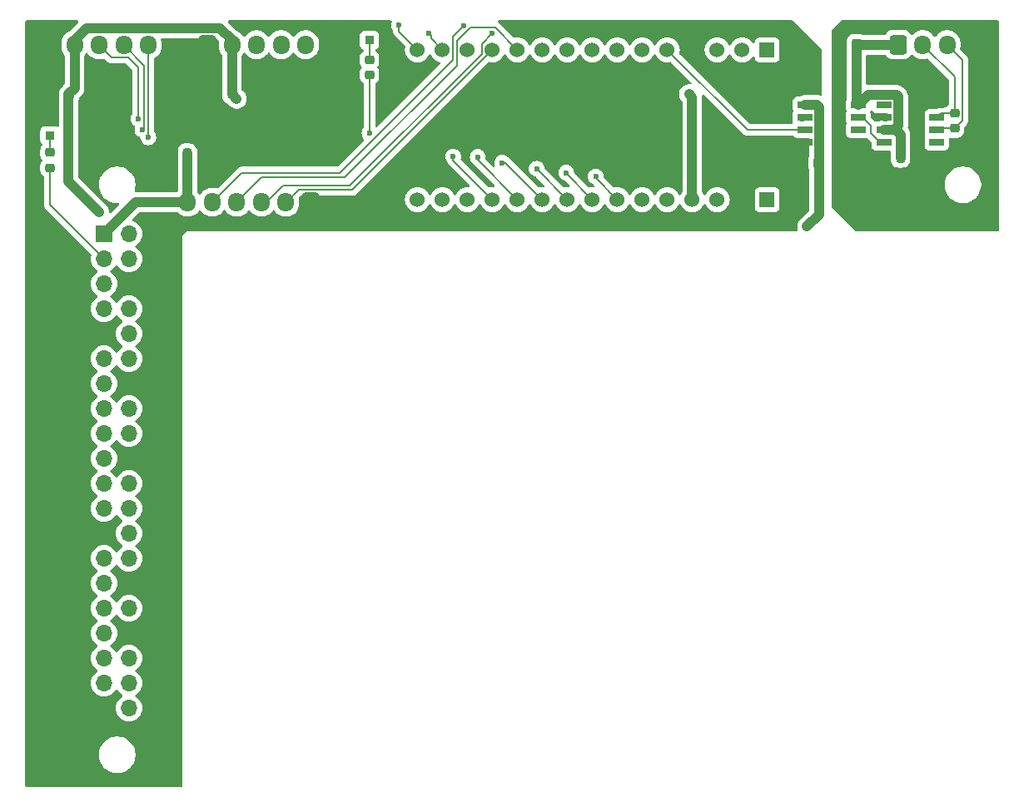
<source format=gtl>
G04 #@! TF.GenerationSoftware,KiCad,Pcbnew,8.0.4*
G04 #@! TF.CreationDate,2024-08-27T21:55:02+09:00*
G04 #@! TF.ProjectId,MDC,4d44432e-6b69-4636-9164-5f7063625858,rev?*
G04 #@! TF.SameCoordinates,Original*
G04 #@! TF.FileFunction,Copper,L1,Top*
G04 #@! TF.FilePolarity,Positive*
%FSLAX46Y46*%
G04 Gerber Fmt 4.6, Leading zero omitted, Abs format (unit mm)*
G04 Created by KiCad (PCBNEW 8.0.4) date 2024-08-27 21:55:02*
%MOMM*%
%LPD*%
G01*
G04 APERTURE LIST*
G04 Aperture macros list*
%AMRoundRect*
0 Rectangle with rounded corners*
0 $1 Rounding radius*
0 $2 $3 $4 $5 $6 $7 $8 $9 X,Y pos of 4 corners*
0 Add a 4 corners polygon primitive as box body*
4,1,4,$2,$3,$4,$5,$6,$7,$8,$9,$2,$3,0*
0 Add four circle primitives for the rounded corners*
1,1,$1+$1,$2,$3*
1,1,$1+$1,$4,$5*
1,1,$1+$1,$6,$7*
1,1,$1+$1,$8,$9*
0 Add four rect primitives between the rounded corners*
20,1,$1+$1,$2,$3,$4,$5,0*
20,1,$1+$1,$4,$5,$6,$7,0*
20,1,$1+$1,$6,$7,$8,$9,0*
20,1,$1+$1,$8,$9,$2,$3,0*%
G04 Aperture macros list end*
G04 #@! TA.AperFunction,SMDPad,CuDef*
%ADD10R,0.950000X0.900000*%
G04 #@! TD*
G04 #@! TA.AperFunction,SMDPad,CuDef*
%ADD11RoundRect,0.225000X0.250000X-0.225000X0.250000X0.225000X-0.250000X0.225000X-0.250000X-0.225000X0*%
G04 #@! TD*
G04 #@! TA.AperFunction,SMDPad,CuDef*
%ADD12RoundRect,0.225000X-0.225000X-0.250000X0.225000X-0.250000X0.225000X0.250000X-0.225000X0.250000X0*%
G04 #@! TD*
G04 #@! TA.AperFunction,SMDPad,CuDef*
%ADD13RoundRect,0.225000X0.225000X0.250000X-0.225000X0.250000X-0.225000X-0.250000X0.225000X-0.250000X0*%
G04 #@! TD*
G04 #@! TA.AperFunction,SMDPad,CuDef*
%ADD14R,1.525000X0.650000*%
G04 #@! TD*
G04 #@! TA.AperFunction,SMDPad,CuDef*
%ADD15RoundRect,0.225000X-0.250000X0.225000X-0.250000X-0.225000X0.250000X-0.225000X0.250000X0.225000X0*%
G04 #@! TD*
G04 #@! TA.AperFunction,ComponentPad*
%ADD16RoundRect,0.250000X-0.600000X-0.725000X0.600000X-0.725000X0.600000X0.725000X-0.600000X0.725000X0*%
G04 #@! TD*
G04 #@! TA.AperFunction,ComponentPad*
%ADD17O,1.700000X1.950000*%
G04 #@! TD*
G04 #@! TA.AperFunction,SMDPad,CuDef*
%ADD18R,1.500000X0.650000*%
G04 #@! TD*
G04 #@! TA.AperFunction,ComponentPad*
%ADD19R,1.530000X1.530000*%
G04 #@! TD*
G04 #@! TA.AperFunction,ComponentPad*
%ADD20C,1.530000*%
G04 #@! TD*
G04 #@! TA.AperFunction,ComponentPad*
%ADD21R,1.700000X1.700000*%
G04 #@! TD*
G04 #@! TA.AperFunction,ComponentPad*
%ADD22O,1.700000X1.700000*%
G04 #@! TD*
G04 #@! TA.AperFunction,ComponentPad*
%ADD23RoundRect,0.250000X0.600000X0.725000X-0.600000X0.725000X-0.600000X-0.725000X0.600000X-0.725000X0*%
G04 #@! TD*
G04 #@! TA.AperFunction,ViaPad*
%ADD24C,0.600000*%
G04 #@! TD*
G04 #@! TA.AperFunction,Conductor*
%ADD25C,1.000000*%
G04 #@! TD*
G04 #@! TA.AperFunction,Conductor*
%ADD26C,0.200000*%
G04 #@! TD*
G04 APERTURE END LIST*
D10*
X53000000Y-60725000D03*
X53000000Y-62225000D03*
D11*
X53000000Y-65500000D03*
X53000000Y-63950000D03*
D12*
X66950000Y-64000000D03*
X68500000Y-64000000D03*
D13*
X71500000Y-58000000D03*
X69950000Y-58000000D03*
D10*
X85500000Y-51000000D03*
X85500000Y-52500000D03*
D13*
X139500000Y-64500000D03*
X137950000Y-64500000D03*
D14*
X129788000Y-59095000D03*
X129788000Y-60365000D03*
X129788000Y-61635000D03*
X129788000Y-62905000D03*
X135212000Y-62905000D03*
X135212000Y-61635000D03*
X135212000Y-60365000D03*
X135212000Y-59095000D03*
D11*
X135000000Y-52825000D03*
X135000000Y-51275000D03*
D15*
X145000000Y-59950000D03*
X145000000Y-61500000D03*
D11*
X85500000Y-56050000D03*
X85500000Y-54500000D03*
D16*
X69000000Y-52975000D03*
D17*
X71500000Y-52975000D03*
X74000000Y-52975000D03*
X76500000Y-52975000D03*
X79000000Y-52975000D03*
D18*
X137800000Y-59095000D03*
X137800000Y-60365000D03*
X137800000Y-61635000D03*
X137800000Y-62905000D03*
X143200000Y-62905000D03*
X143200000Y-61635000D03*
X143200000Y-60365000D03*
X143200000Y-59095000D03*
D19*
X125940000Y-53500000D03*
D20*
X123400000Y-53500000D03*
X120860000Y-53500000D03*
X118320000Y-53500000D03*
X115780000Y-53500000D03*
X113240000Y-53500000D03*
X110700000Y-53500000D03*
X108160000Y-53500000D03*
X105620000Y-53500000D03*
X103080000Y-53500000D03*
X100540000Y-53500000D03*
X98000000Y-53500000D03*
X95460000Y-53500000D03*
X92920000Y-53500000D03*
X90380000Y-53500000D03*
D19*
X125940000Y-68740000D03*
D20*
X123400000Y-68740000D03*
X120860000Y-68740000D03*
X118320000Y-68740000D03*
X115780000Y-68740000D03*
X113240000Y-68740000D03*
X110700000Y-68740000D03*
X108160000Y-68740000D03*
X105620000Y-68740000D03*
X103080000Y-68740000D03*
X100540000Y-68740000D03*
X98000000Y-68740000D03*
X95460000Y-68740000D03*
X92920000Y-68740000D03*
X90380000Y-68740000D03*
D21*
X58500000Y-72220000D03*
D22*
X61040000Y-72220000D03*
X58500000Y-74760000D03*
X61040000Y-74760000D03*
X58500000Y-77300000D03*
X61040000Y-77300000D03*
X58500000Y-79840000D03*
X61040000Y-79840000D03*
X58500000Y-82380000D03*
X61040000Y-82380000D03*
X58500000Y-84920000D03*
X61040000Y-84920000D03*
X58500000Y-87460000D03*
X61040000Y-87460000D03*
X58500000Y-90000000D03*
X61040000Y-90000000D03*
X58500000Y-92540000D03*
X61040000Y-92540000D03*
X58500000Y-95080000D03*
X61040000Y-95080000D03*
X58500000Y-97620000D03*
X61040000Y-97620000D03*
X58500000Y-100160000D03*
X61040000Y-100160000D03*
X58500000Y-102700000D03*
X61040000Y-102700000D03*
X58500000Y-105240000D03*
X61040000Y-105240000D03*
X58500000Y-107780000D03*
X61040000Y-107780000D03*
X58500000Y-110320000D03*
X61040000Y-110320000D03*
X58500000Y-112860000D03*
X61040000Y-112860000D03*
X58500000Y-115400000D03*
X61040000Y-115400000D03*
X58500000Y-117940000D03*
X61040000Y-117940000D03*
X58500000Y-120480000D03*
X61040000Y-120480000D03*
D16*
X139250000Y-52975000D03*
D17*
X141750000Y-52975000D03*
X144250000Y-52975000D03*
X146750000Y-52975000D03*
D16*
X53000000Y-53000000D03*
D17*
X55500000Y-53000000D03*
X58000000Y-53000000D03*
X60500000Y-53000000D03*
X63000000Y-53000000D03*
D13*
X135000000Y-57000000D03*
X133450000Y-57000000D03*
X131050000Y-65000000D03*
X129500000Y-65000000D03*
D23*
X79500000Y-69000000D03*
D17*
X77000000Y-69000000D03*
X74500000Y-69000000D03*
X72000000Y-69000000D03*
X69500000Y-69000000D03*
X67000000Y-69000000D03*
D13*
X55050000Y-58000000D03*
X53500000Y-58000000D03*
D24*
X64500000Y-102000000D03*
X129500000Y-53500000D03*
X51500000Y-73500000D03*
X53500000Y-51000000D03*
X59000000Y-59000000D03*
X52000000Y-102000000D03*
X58500000Y-122500000D03*
X51500000Y-127000000D03*
X122000000Y-61000000D03*
X63000000Y-108000000D03*
X63000000Y-95500000D03*
X129500000Y-69500000D03*
X62500000Y-113000000D03*
X63000000Y-87500000D03*
X51000000Y-53000000D03*
X65000000Y-127500000D03*
X95500000Y-61000000D03*
X63000000Y-77500000D03*
X53000000Y-55000000D03*
X64500000Y-72500000D03*
X110000000Y-64500000D03*
X114500000Y-61500000D03*
X86500000Y-69500000D03*
X67000000Y-53500000D03*
X56500000Y-120500000D03*
X115500000Y-56000000D03*
X123500000Y-70500000D03*
X123500000Y-67000000D03*
X81000000Y-69500000D03*
X78500000Y-70500000D03*
X69000000Y-55000000D03*
X119500000Y-55000000D03*
X59500000Y-83500000D03*
X118000000Y-58000000D03*
X58000000Y-70000000D03*
X72000000Y-58500000D03*
X130000000Y-71500000D03*
X91500000Y-51835000D03*
X137000000Y-55500000D03*
X140000000Y-67500000D03*
X133500000Y-57000000D03*
X133500000Y-51000000D03*
X134000000Y-67500000D03*
X145500000Y-51000000D03*
X141500000Y-56500000D03*
X135000000Y-51000000D03*
X143500000Y-59000000D03*
X148000000Y-61000000D03*
X148500000Y-51000000D03*
X138000000Y-60500000D03*
X147000000Y-54500000D03*
X148000000Y-57500000D03*
X136500000Y-51000000D03*
X138000000Y-64500000D03*
X148500000Y-71000000D03*
X135500000Y-71000000D03*
X135000000Y-63000000D03*
X141000000Y-61000000D03*
X129500000Y-60500000D03*
X137800000Y-59095000D03*
X135212000Y-61635000D03*
X96500000Y-64400000D03*
X62400000Y-61600000D03*
X94000000Y-64367157D03*
X62000000Y-60500000D03*
X88500000Y-51000000D03*
X99000000Y-65000000D03*
X63000000Y-62400000D03*
X85500000Y-62000000D03*
X108500000Y-66400000D03*
X105500000Y-66000000D03*
X102500000Y-65600000D03*
X95075899Y-51075899D03*
X98000000Y-51835000D03*
D25*
X56700000Y-51300000D02*
X70300000Y-51300000D01*
X55500000Y-53000000D02*
X55500000Y-57400000D01*
X71500000Y-52500000D02*
X71500000Y-52975000D01*
X55500000Y-57400000D02*
X54900000Y-58000000D01*
X55500000Y-52500000D02*
X56700000Y-51300000D01*
X70300000Y-51300000D02*
X71500000Y-52500000D01*
D26*
X118760000Y-68160000D02*
X118760000Y-68740000D01*
D25*
X118320000Y-58320000D02*
X118000000Y-58000000D01*
X54900000Y-66900000D02*
X58000000Y-70000000D01*
X54900000Y-58000000D02*
X54900000Y-66900000D01*
X72000000Y-58500000D02*
X71500000Y-58000000D01*
X71500000Y-58000000D02*
X71500000Y-52975000D01*
X118320000Y-68740000D02*
X118320000Y-58320000D01*
X55500000Y-53000000D02*
X55500000Y-52500000D01*
X61720000Y-69000000D02*
X67000000Y-69000000D01*
X131005500Y-59095000D02*
X129788000Y-59095000D01*
X130000000Y-71500000D02*
X131250500Y-70249500D01*
X131250500Y-70249500D02*
X131250500Y-59340000D01*
X131250500Y-59340000D02*
X131005500Y-59095000D01*
X67000000Y-69000000D02*
X67000000Y-64000000D01*
X58500000Y-72220000D02*
X61720000Y-69000000D01*
D26*
X91755000Y-52090000D02*
X91755000Y-52335000D01*
X91755000Y-52335000D02*
X92920000Y-53500000D01*
X91500000Y-51835000D02*
X91755000Y-52090000D01*
D25*
X139070000Y-58070000D02*
X139250000Y-58250000D01*
X139250000Y-61250000D02*
X138865000Y-61635000D01*
X135212000Y-59095000D02*
X136237000Y-58070000D01*
X139250000Y-58250000D02*
X139250000Y-61250000D01*
X138865000Y-61635000D02*
X137800000Y-61635000D01*
X139500000Y-62130000D02*
X139500000Y-64500000D01*
X139005000Y-61635000D02*
X139500000Y-62130000D01*
X136237000Y-58070000D02*
X139070000Y-58070000D01*
X139250000Y-52975000D02*
X135025000Y-52975000D01*
X135000000Y-53000000D02*
X135000000Y-58883000D01*
X135000000Y-58883000D02*
X135212000Y-59095000D01*
X137800000Y-61635000D02*
X139005000Y-61635000D01*
X135025000Y-52975000D02*
X135000000Y-53000000D01*
D26*
X137405000Y-62905000D02*
X137800000Y-62905000D01*
X135212000Y-60365000D02*
X135649500Y-60365000D01*
X136500000Y-61215500D02*
X136500000Y-62000000D01*
X136500000Y-62000000D02*
X137405000Y-62905000D01*
X135649500Y-60365000D02*
X136500000Y-61215500D01*
X96500000Y-64700000D02*
X100540000Y-68740000D01*
X62600000Y-56000000D02*
X62600000Y-61400000D01*
X62600000Y-61400000D02*
X62400000Y-61600000D01*
X96500000Y-64400000D02*
X96500000Y-64700000D01*
X60500000Y-53000000D02*
X62600000Y-55100000D01*
X62600000Y-55100000D02*
X62600000Y-56000000D01*
X115780000Y-53500000D02*
X123915000Y-61635000D01*
X123915000Y-61635000D02*
X129788000Y-61635000D01*
X58000000Y-53000000D02*
X59275000Y-54275000D01*
X60976346Y-54275000D02*
X62000000Y-55298654D01*
X94000000Y-64367157D02*
X94000000Y-64740000D01*
X59275000Y-54275000D02*
X60976346Y-54275000D01*
X94000000Y-64740000D02*
X98000000Y-68740000D01*
X62000000Y-55298654D02*
X62000000Y-60500000D01*
X88500000Y-51620000D02*
X90380000Y-53500000D01*
X88500000Y-51000000D02*
X88500000Y-51620000D01*
X63000000Y-53000000D02*
X63000000Y-53500000D01*
X63000000Y-53500000D02*
X63000000Y-62400000D01*
X99340000Y-65000000D02*
X103080000Y-68740000D01*
X99000000Y-65000000D02*
X99340000Y-65000000D01*
X85500000Y-56050000D02*
X85500000Y-62000000D01*
X145775000Y-60725000D02*
X145000000Y-61500000D01*
X143335000Y-61500000D02*
X143200000Y-61635000D01*
X144250000Y-52975000D02*
X145775000Y-54500000D01*
X145000000Y-61500000D02*
X143335000Y-61500000D01*
X145775000Y-54500000D02*
X145775000Y-60725000D01*
X141750000Y-52975000D02*
X145000000Y-56225000D01*
X143615000Y-59950000D02*
X143200000Y-60365000D01*
X145000000Y-59950000D02*
X143615000Y-59950000D01*
X145000000Y-56225000D02*
X145000000Y-59950000D01*
X108500000Y-66540000D02*
X110700000Y-68740000D01*
X108500000Y-66400000D02*
X108500000Y-66540000D01*
X105500000Y-66080000D02*
X108160000Y-68740000D01*
X105500000Y-66000000D02*
X105500000Y-66080000D01*
X102500000Y-65600000D02*
X102500000Y-65620000D01*
X102500000Y-65620000D02*
X105620000Y-68740000D01*
X53000000Y-63950000D02*
X53000000Y-62225000D01*
X53000000Y-65500000D02*
X53000000Y-69260000D01*
X53000000Y-69260000D02*
X58500000Y-74760000D01*
X93995000Y-52156798D02*
X93995000Y-54505000D01*
X82500000Y-66000000D02*
X72500000Y-66000000D01*
X93995000Y-54505000D02*
X82500000Y-66000000D01*
X72500000Y-66000000D02*
X69500000Y-69000000D01*
X95075899Y-51075899D02*
X93995000Y-52156798D01*
X77000000Y-69000000D02*
X78275000Y-67725000D01*
X78275000Y-67725000D02*
X83775000Y-67725000D01*
X83775000Y-67725000D02*
X98000000Y-53500000D01*
X94395000Y-55105000D02*
X94395000Y-52605000D01*
X74500000Y-66500000D02*
X83000000Y-66500000D01*
X94395000Y-52605000D02*
X95765000Y-51235000D01*
X95765000Y-51235000D02*
X98275000Y-51235000D01*
X72000000Y-69000000D02*
X74500000Y-66500000D01*
X98275000Y-51235000D02*
X100540000Y-53500000D01*
X83000000Y-66500000D02*
X94395000Y-55105000D01*
X96935000Y-52900000D02*
X98000000Y-51835000D01*
X75000000Y-69000000D02*
X76675000Y-67325000D01*
X96935000Y-53890000D02*
X96935000Y-52900000D01*
X83500000Y-67325000D02*
X96935000Y-53890000D01*
X76675000Y-67325000D02*
X83500000Y-67325000D01*
X74500000Y-69000000D02*
X75000000Y-69000000D01*
X85500000Y-54500000D02*
X85500000Y-52500000D01*
G04 #@! TA.AperFunction,Conductor*
G36*
X136592006Y-59676211D02*
G01*
X136647938Y-59718081D01*
X136692455Y-59777547D01*
X136807664Y-59863793D01*
X136807671Y-59863797D01*
X136942517Y-59914091D01*
X136942516Y-59914091D01*
X136949444Y-59914835D01*
X137002127Y-59920500D01*
X138125500Y-59920499D01*
X138192539Y-59940184D01*
X138238294Y-59992987D01*
X138249500Y-60044499D01*
X138249500Y-60510500D01*
X138229815Y-60577539D01*
X138177011Y-60623294D01*
X138125500Y-60634500D01*
X137701457Y-60634500D01*
X137508170Y-60672947D01*
X137508160Y-60672950D01*
X137326093Y-60748364D01*
X137326077Y-60748373D01*
X137265867Y-60788603D01*
X137199189Y-60809480D01*
X137196979Y-60809500D01*
X137002108Y-60809500D01*
X137001414Y-60809538D01*
X137001257Y-60809500D01*
X136998808Y-60809501D01*
X136998807Y-60808921D01*
X136933421Y-60793451D01*
X136907131Y-60773395D01*
X136511318Y-60377582D01*
X136477833Y-60316259D01*
X136474999Y-60289901D01*
X136474999Y-59992129D01*
X136474998Y-59992123D01*
X136468591Y-59932518D01*
X136468591Y-59932517D01*
X136432489Y-59835724D01*
X136427506Y-59766035D01*
X136460991Y-59704712D01*
X136522314Y-59671227D01*
X136592006Y-59676211D01*
G37*
G04 #@! TD.AperFunction*
G04 #@! TA.AperFunction,Conductor*
G36*
X149442539Y-50520185D02*
G01*
X149488294Y-50572989D01*
X149499500Y-50624500D01*
X149499500Y-71875500D01*
X149479815Y-71942539D01*
X149427011Y-71988294D01*
X149375500Y-71999500D01*
X135050862Y-71999500D01*
X134983823Y-71979815D01*
X134963181Y-71963181D01*
X132536319Y-69536319D01*
X132502834Y-69474996D01*
X132500000Y-69448638D01*
X132500000Y-67108711D01*
X143999500Y-67108711D01*
X143999500Y-67351288D01*
X144031161Y-67591785D01*
X144093947Y-67826104D01*
X144186773Y-68050205D01*
X144186776Y-68050212D01*
X144308064Y-68260289D01*
X144308066Y-68260292D01*
X144308067Y-68260293D01*
X144455733Y-68452736D01*
X144455739Y-68452743D01*
X144627256Y-68624260D01*
X144627262Y-68624265D01*
X144819711Y-68771936D01*
X145029788Y-68893224D01*
X145253900Y-68986054D01*
X145488211Y-69048838D01*
X145668586Y-69072584D01*
X145728711Y-69080500D01*
X145728712Y-69080500D01*
X145971289Y-69080500D01*
X146019388Y-69074167D01*
X146211789Y-69048838D01*
X146446100Y-68986054D01*
X146670212Y-68893224D01*
X146880289Y-68771936D01*
X147072738Y-68624265D01*
X147244265Y-68452738D01*
X147391936Y-68260289D01*
X147513224Y-68050212D01*
X147606054Y-67826100D01*
X147668838Y-67591789D01*
X147700500Y-67351288D01*
X147700500Y-67108712D01*
X147668838Y-66868211D01*
X147606054Y-66633900D01*
X147513224Y-66409788D01*
X147391936Y-66199711D01*
X147244265Y-66007262D01*
X147244260Y-66007256D01*
X147072743Y-65835739D01*
X147072736Y-65835733D01*
X146880293Y-65688067D01*
X146880292Y-65688066D01*
X146880289Y-65688064D01*
X146670212Y-65566776D01*
X146670205Y-65566773D01*
X146446104Y-65473947D01*
X146328944Y-65442554D01*
X146211789Y-65411162D01*
X146211788Y-65411161D01*
X146211785Y-65411161D01*
X145971289Y-65379500D01*
X145971288Y-65379500D01*
X145728712Y-65379500D01*
X145728711Y-65379500D01*
X145488214Y-65411161D01*
X145253895Y-65473947D01*
X145029794Y-65566773D01*
X145029785Y-65566777D01*
X144819706Y-65688067D01*
X144627263Y-65835733D01*
X144627256Y-65835739D01*
X144455739Y-66007256D01*
X144455733Y-66007263D01*
X144308067Y-66199706D01*
X144186777Y-66409785D01*
X144186773Y-66409794D01*
X144093947Y-66633895D01*
X144031161Y-66868214D01*
X143999500Y-67108711D01*
X132500000Y-67108711D01*
X132500000Y-58722127D01*
X133949000Y-58722127D01*
X133949000Y-58722134D01*
X133949000Y-58722135D01*
X133949000Y-59467870D01*
X133949001Y-59467876D01*
X133955408Y-59527483D01*
X134005702Y-59662328D01*
X134009954Y-59670114D01*
X134006780Y-59671846D01*
X134025159Y-59721302D01*
X134010225Y-59789557D01*
X134009617Y-59790502D01*
X134005702Y-59797671D01*
X133955410Y-59932513D01*
X133955409Y-59932517D01*
X133949000Y-59992127D01*
X133949000Y-59992134D01*
X133949000Y-59992135D01*
X133949000Y-60737870D01*
X133949001Y-60737876D01*
X133955408Y-60797483D01*
X134005702Y-60932328D01*
X134009954Y-60940114D01*
X134006780Y-60941846D01*
X134025159Y-60991302D01*
X134010225Y-61059557D01*
X134009617Y-61060502D01*
X134005702Y-61067671D01*
X133955410Y-61202513D01*
X133955409Y-61202517D01*
X133949000Y-61262127D01*
X133949000Y-61262134D01*
X133949000Y-61262135D01*
X133949000Y-62007870D01*
X133949001Y-62007876D01*
X133955408Y-62067483D01*
X134005702Y-62202328D01*
X134005706Y-62202335D01*
X134091952Y-62317544D01*
X134091955Y-62317547D01*
X134207164Y-62403793D01*
X134207171Y-62403797D01*
X134342017Y-62454091D01*
X134342016Y-62454091D01*
X134348944Y-62454835D01*
X134401627Y-62460500D01*
X136022372Y-62460499D01*
X136022375Y-62460498D01*
X136022385Y-62460498D01*
X136043647Y-62458212D01*
X136112407Y-62470616D01*
X136144585Y-62493820D01*
X136513181Y-62862416D01*
X136546666Y-62923739D01*
X136549500Y-62950097D01*
X136549500Y-63277869D01*
X136549501Y-63277876D01*
X136555908Y-63337483D01*
X136606202Y-63472328D01*
X136606206Y-63472335D01*
X136692452Y-63587544D01*
X136692455Y-63587547D01*
X136807664Y-63673793D01*
X136807671Y-63673797D01*
X136942517Y-63724091D01*
X136942516Y-63724091D01*
X136949444Y-63724835D01*
X137002127Y-63730500D01*
X138375500Y-63730499D01*
X138442539Y-63750184D01*
X138488294Y-63802987D01*
X138499500Y-63854499D01*
X138499500Y-64598541D01*
X138499500Y-64598543D01*
X138499499Y-64598543D01*
X138537948Y-64791833D01*
X138537950Y-64791840D01*
X138545449Y-64809946D01*
X138554244Y-64844789D01*
X138559651Y-64897709D01*
X138612996Y-65058694D01*
X138613001Y-65058705D01*
X138702029Y-65203040D01*
X138702032Y-65203044D01*
X138821955Y-65322967D01*
X138821959Y-65322970D01*
X138966294Y-65411998D01*
X138966297Y-65411999D01*
X138966303Y-65412003D01*
X139127292Y-65465349D01*
X139226655Y-65475500D01*
X139263563Y-65475499D01*
X139287754Y-65477881D01*
X139353596Y-65490979D01*
X139401458Y-65500500D01*
X139401459Y-65500500D01*
X139598543Y-65500500D01*
X139712247Y-65477882D01*
X139736439Y-65475499D01*
X139773338Y-65475499D01*
X139773344Y-65475499D01*
X139773352Y-65475498D01*
X139773355Y-65475498D01*
X139827760Y-65469940D01*
X139872708Y-65465349D01*
X140033697Y-65412003D01*
X140178044Y-65322968D01*
X140297968Y-65203044D01*
X140387003Y-65058697D01*
X140440349Y-64897708D01*
X140445755Y-64844788D01*
X140454550Y-64809942D01*
X140462051Y-64791835D01*
X140500500Y-64598541D01*
X140500500Y-62031459D01*
X140491164Y-61984522D01*
X140462052Y-61838165D01*
X140403173Y-61696020D01*
X140386632Y-61656086D01*
X140386628Y-61656080D01*
X140277139Y-61492217D01*
X140273274Y-61487508D01*
X140274421Y-61486566D01*
X140244464Y-61431704D01*
X140244013Y-61381154D01*
X140250500Y-61348543D01*
X140250500Y-58151456D01*
X140250499Y-58151454D01*
X140214696Y-57971460D01*
X140212051Y-57958164D01*
X140137493Y-57778165D01*
X140137492Y-57778161D01*
X140136634Y-57776089D01*
X140136631Y-57776084D01*
X140027140Y-57612219D01*
X140027139Y-57612218D01*
X139887782Y-57472861D01*
X139887780Y-57472860D01*
X139880714Y-57465793D01*
X139880711Y-57465791D01*
X139847140Y-57432219D01*
X139847139Y-57432218D01*
X139707782Y-57292861D01*
X139707781Y-57292860D01*
X139707780Y-57292859D01*
X139543920Y-57183371D01*
X139543911Y-57183366D01*
X139471315Y-57153296D01*
X139415165Y-57130038D01*
X139361836Y-57107949D01*
X139361832Y-57107948D01*
X139361828Y-57107946D01*
X139265188Y-57088724D01*
X139168544Y-57069500D01*
X139168541Y-57069500D01*
X136138459Y-57069500D01*
X136138450Y-57069500D01*
X136136641Y-57069678D01*
X136135703Y-57069500D01*
X136132367Y-57069500D01*
X136132367Y-57068866D01*
X136067996Y-57056652D01*
X136017291Y-57008582D01*
X136000500Y-56946274D01*
X136000500Y-54099500D01*
X136020185Y-54032461D01*
X136072989Y-53986706D01*
X136124500Y-53975500D01*
X137868942Y-53975500D01*
X137935981Y-53995185D01*
X137974479Y-54034401D01*
X138057288Y-54168656D01*
X138181344Y-54292712D01*
X138330666Y-54384814D01*
X138497203Y-54439999D01*
X138599991Y-54450500D01*
X139900008Y-54450499D01*
X140002797Y-54439999D01*
X140169334Y-54384814D01*
X140318656Y-54292712D01*
X140442712Y-54168656D01*
X140534814Y-54019334D01*
X140534814Y-54019331D01*
X140538178Y-54013879D01*
X140590126Y-53967154D01*
X140659088Y-53955931D01*
X140723170Y-53983774D01*
X140731398Y-53991294D01*
X140870213Y-54130109D01*
X141042179Y-54255048D01*
X141042181Y-54255049D01*
X141042184Y-54255051D01*
X141231588Y-54351557D01*
X141433757Y-54417246D01*
X141643713Y-54450500D01*
X141643714Y-54450500D01*
X141856286Y-54450500D01*
X141856287Y-54450500D01*
X142066243Y-54417246D01*
X142202873Y-54372851D01*
X142272708Y-54370856D01*
X142328867Y-54403102D01*
X144363181Y-56437416D01*
X144396666Y-56498739D01*
X144399500Y-56525097D01*
X144399500Y-59019574D01*
X144379815Y-59086613D01*
X144340598Y-59125112D01*
X144296957Y-59152030D01*
X144177030Y-59271958D01*
X144165535Y-59290596D01*
X144113588Y-59337321D01*
X144059996Y-59349500D01*
X143701670Y-59349500D01*
X143701654Y-59349499D01*
X143694058Y-59349499D01*
X143535943Y-59349499D01*
X143459579Y-59369961D01*
X143383214Y-59390423D01*
X143383209Y-59390426D01*
X143246283Y-59469479D01*
X143212580Y-59503182D01*
X143151257Y-59536667D01*
X143124900Y-59539500D01*
X142402129Y-59539500D01*
X142402123Y-59539501D01*
X142342516Y-59545908D01*
X142207671Y-59596202D01*
X142207664Y-59596206D01*
X142092455Y-59682452D01*
X142092452Y-59682455D01*
X142006206Y-59797664D01*
X142006202Y-59797671D01*
X141955910Y-59932513D01*
X141955909Y-59932517D01*
X141949500Y-59992127D01*
X141949500Y-59992134D01*
X141949500Y-59992135D01*
X141949500Y-60737870D01*
X141949501Y-60737876D01*
X141955908Y-60797483D01*
X142006202Y-60932328D01*
X142010454Y-60940114D01*
X142007280Y-60941846D01*
X142025659Y-60991302D01*
X142010725Y-61059557D01*
X142010117Y-61060502D01*
X142006202Y-61067671D01*
X141955910Y-61202513D01*
X141955909Y-61202517D01*
X141949500Y-61262127D01*
X141949500Y-61262134D01*
X141949500Y-61262135D01*
X141949500Y-62007870D01*
X141949501Y-62007876D01*
X141955908Y-62067483D01*
X142006202Y-62202328D01*
X142010454Y-62210114D01*
X142007280Y-62211846D01*
X142025659Y-62261302D01*
X142010725Y-62329557D01*
X142010117Y-62330502D01*
X142006202Y-62337671D01*
X141956618Y-62470616D01*
X141955909Y-62472517D01*
X141949500Y-62532127D01*
X141949500Y-62532134D01*
X141949500Y-62532135D01*
X141949500Y-63277870D01*
X141949501Y-63277876D01*
X141955908Y-63337483D01*
X142006202Y-63472328D01*
X142006206Y-63472335D01*
X142092452Y-63587544D01*
X142092455Y-63587547D01*
X142207664Y-63673793D01*
X142207671Y-63673797D01*
X142342517Y-63724091D01*
X142342516Y-63724091D01*
X142349444Y-63724835D01*
X142402127Y-63730500D01*
X143997872Y-63730499D01*
X144057483Y-63724091D01*
X144192331Y-63673796D01*
X144307546Y-63587546D01*
X144393796Y-63472331D01*
X144444091Y-63337483D01*
X144450500Y-63277873D01*
X144450499Y-62561208D01*
X144470183Y-62494170D01*
X144522987Y-62448415D01*
X144592146Y-62438471D01*
X144600453Y-62439956D01*
X144602285Y-62440348D01*
X144602290Y-62440348D01*
X144602292Y-62440349D01*
X144701655Y-62450500D01*
X145298344Y-62450499D01*
X145298352Y-62450498D01*
X145298355Y-62450498D01*
X145352760Y-62444940D01*
X145397708Y-62440349D01*
X145558697Y-62387003D01*
X145703044Y-62297968D01*
X145822968Y-62178044D01*
X145912003Y-62033697D01*
X145965349Y-61872708D01*
X145975500Y-61773345D01*
X145975499Y-61425096D01*
X145995183Y-61358058D01*
X146011809Y-61337425D01*
X146255520Y-61093716D01*
X146334577Y-60956784D01*
X146375501Y-60804057D01*
X146375501Y-60645942D01*
X146375501Y-60638347D01*
X146375500Y-60638329D01*
X146375500Y-54589060D01*
X146375501Y-54589047D01*
X146375501Y-54420944D01*
X146375501Y-54420943D01*
X146334577Y-54268216D01*
X146326975Y-54255048D01*
X146255524Y-54131290D01*
X146255518Y-54131282D01*
X145932052Y-53807816D01*
X145608260Y-53484025D01*
X145574776Y-53422703D01*
X145573469Y-53376951D01*
X145600500Y-53206287D01*
X145600500Y-52743713D01*
X145567246Y-52533757D01*
X145501557Y-52331588D01*
X145405051Y-52142184D01*
X145405049Y-52142181D01*
X145405048Y-52142179D01*
X145280109Y-51970213D01*
X145129786Y-51819890D01*
X144957820Y-51694951D01*
X144768414Y-51598444D01*
X144768413Y-51598443D01*
X144768412Y-51598443D01*
X144566243Y-51532754D01*
X144566241Y-51532753D01*
X144566240Y-51532753D01*
X144404957Y-51507208D01*
X144356287Y-51499500D01*
X144143713Y-51499500D01*
X144095042Y-51507208D01*
X143933760Y-51532753D01*
X143731585Y-51598444D01*
X143542179Y-51694951D01*
X143370213Y-51819890D01*
X143219894Y-51970209D01*
X143219890Y-51970214D01*
X143100318Y-52134793D01*
X143044989Y-52177459D01*
X142975375Y-52183438D01*
X142913580Y-52150833D01*
X142899682Y-52134793D01*
X142780109Y-51970214D01*
X142780105Y-51970209D01*
X142629786Y-51819890D01*
X142457820Y-51694951D01*
X142268414Y-51598444D01*
X142268413Y-51598443D01*
X142268412Y-51598443D01*
X142066243Y-51532754D01*
X142066241Y-51532753D01*
X142066240Y-51532753D01*
X141904957Y-51507208D01*
X141856287Y-51499500D01*
X141643713Y-51499500D01*
X141595042Y-51507208D01*
X141433760Y-51532753D01*
X141231585Y-51598444D01*
X141042179Y-51694951D01*
X140870215Y-51819889D01*
X140731398Y-51958706D01*
X140670075Y-51992190D01*
X140600383Y-51987206D01*
X140544450Y-51945334D01*
X140538178Y-51936120D01*
X140442712Y-51781344D01*
X140318657Y-51657289D01*
X140318656Y-51657288D01*
X140169334Y-51565186D01*
X140002797Y-51510001D01*
X140002795Y-51510000D01*
X139900010Y-51499500D01*
X138599998Y-51499500D01*
X138599981Y-51499501D01*
X138497203Y-51510000D01*
X138497200Y-51510001D01*
X138330668Y-51565185D01*
X138330663Y-51565187D01*
X138181342Y-51657289D01*
X138057289Y-51781342D01*
X137974481Y-51915597D01*
X137922533Y-51962321D01*
X137868942Y-51974500D01*
X135653043Y-51974500D01*
X135587946Y-51956038D01*
X135570592Y-51945334D01*
X135558701Y-51937999D01*
X135558698Y-51937997D01*
X135558697Y-51937997D01*
X135491098Y-51915597D01*
X135397709Y-51884651D01*
X135298346Y-51874500D01*
X134701662Y-51874500D01*
X134701644Y-51874501D01*
X134602292Y-51884650D01*
X134602289Y-51884651D01*
X134441305Y-51937996D01*
X134441294Y-51938001D01*
X134296959Y-52027029D01*
X134296955Y-52027032D01*
X134177032Y-52146955D01*
X134177029Y-52146959D01*
X134088001Y-52291294D01*
X134087996Y-52291305D01*
X134034651Y-52452290D01*
X134024500Y-52551647D01*
X134024500Y-52763563D01*
X134022117Y-52787754D01*
X133999500Y-52901455D01*
X133999500Y-58521930D01*
X133991681Y-58565263D01*
X133955409Y-58662517D01*
X133949000Y-58722127D01*
X132500000Y-58722127D01*
X132500000Y-51551362D01*
X132519685Y-51484323D01*
X132536319Y-51463681D01*
X133463181Y-50536819D01*
X133524504Y-50503334D01*
X133550862Y-50500500D01*
X149375500Y-50500500D01*
X149442539Y-50520185D01*
G37*
G04 #@! TD.AperFunction*
G04 #@! TA.AperFunction,Conductor*
G36*
X55852255Y-50520185D02*
G01*
X55898010Y-50572989D01*
X55907954Y-50642147D01*
X55878929Y-50705703D01*
X55872897Y-50712181D01*
X54954798Y-51630280D01*
X54923413Y-51653083D01*
X54792182Y-51719949D01*
X54620213Y-51844890D01*
X54469890Y-51995213D01*
X54344951Y-52167179D01*
X54248444Y-52356585D01*
X54182753Y-52558760D01*
X54149500Y-52768713D01*
X54149500Y-53231286D01*
X54182140Y-53437371D01*
X54182754Y-53441243D01*
X54246938Y-53638781D01*
X54248444Y-53643414D01*
X54344951Y-53832820D01*
X54472759Y-54008734D01*
X54471888Y-54009366D01*
X54498357Y-54068401D01*
X54499500Y-54085199D01*
X54499500Y-56934217D01*
X54479815Y-57001256D01*
X54463181Y-57021898D01*
X54371712Y-57113367D01*
X54262221Y-57222858D01*
X54262218Y-57222861D01*
X54192538Y-57292540D01*
X54122859Y-57362219D01*
X54013368Y-57526085D01*
X54006422Y-57542857D01*
X54006420Y-57542861D01*
X53937949Y-57708163D01*
X53937949Y-57708164D01*
X53924811Y-57774211D01*
X53899500Y-57901455D01*
X53899500Y-61221684D01*
X53879815Y-61288723D01*
X53827011Y-61334478D01*
X53757853Y-61344422D01*
X53725840Y-61333767D01*
X53725641Y-61334303D01*
X53582482Y-61280908D01*
X53582483Y-61280908D01*
X53522883Y-61274501D01*
X53522881Y-61274500D01*
X53522873Y-61274500D01*
X53522864Y-61274500D01*
X52477129Y-61274500D01*
X52477123Y-61274501D01*
X52417516Y-61280908D01*
X52282671Y-61331202D01*
X52282664Y-61331206D01*
X52167455Y-61417452D01*
X52167452Y-61417455D01*
X52081206Y-61532664D01*
X52081202Y-61532671D01*
X52030908Y-61667517D01*
X52024501Y-61727116D01*
X52024500Y-61727135D01*
X52024500Y-62722870D01*
X52024501Y-62722876D01*
X52030908Y-62782483D01*
X52081202Y-62917328D01*
X52081206Y-62917335D01*
X52167452Y-63032544D01*
X52167453Y-63032545D01*
X52195289Y-63053384D01*
X52237159Y-63109318D01*
X52242142Y-63179010D01*
X52208658Y-63240329D01*
X52177032Y-63271954D01*
X52177029Y-63271959D01*
X52088001Y-63416294D01*
X52087996Y-63416305D01*
X52034651Y-63577290D01*
X52024500Y-63676647D01*
X52024500Y-64223337D01*
X52024501Y-64223355D01*
X52034650Y-64322707D01*
X52034651Y-64322710D01*
X52087996Y-64483694D01*
X52088001Y-64483705D01*
X52177029Y-64628040D01*
X52177032Y-64628044D01*
X52186307Y-64637319D01*
X52219792Y-64698642D01*
X52214808Y-64768334D01*
X52186307Y-64812681D01*
X52177032Y-64821955D01*
X52177029Y-64821959D01*
X52088001Y-64966294D01*
X52087996Y-64966305D01*
X52034651Y-65127290D01*
X52024500Y-65226647D01*
X52024500Y-65773337D01*
X52024501Y-65773355D01*
X52034650Y-65872707D01*
X52034651Y-65872710D01*
X52087996Y-66033694D01*
X52088001Y-66033705D01*
X52177029Y-66178040D01*
X52177032Y-66178044D01*
X52296956Y-66297968D01*
X52340597Y-66324886D01*
X52387321Y-66376832D01*
X52399500Y-66430424D01*
X52399500Y-69173330D01*
X52399499Y-69173348D01*
X52399499Y-69339054D01*
X52399498Y-69339054D01*
X52399499Y-69339057D01*
X52440423Y-69491785D01*
X52459546Y-69524906D01*
X52499502Y-69594112D01*
X52519479Y-69628715D01*
X52638349Y-69747585D01*
X52638355Y-69747590D01*
X57167233Y-74276469D01*
X57200718Y-74337792D01*
X57199327Y-74396243D01*
X57164938Y-74524586D01*
X57164936Y-74524596D01*
X57144341Y-74759999D01*
X57144341Y-74760000D01*
X57164936Y-74995403D01*
X57164938Y-74995413D01*
X57226094Y-75223655D01*
X57226096Y-75223659D01*
X57226097Y-75223663D01*
X57230000Y-75232032D01*
X57325965Y-75437830D01*
X57325967Y-75437834D01*
X57434281Y-75592521D01*
X57461501Y-75631396D01*
X57461506Y-75631402D01*
X57628597Y-75798493D01*
X57628603Y-75798498D01*
X57814158Y-75928425D01*
X57857783Y-75983002D01*
X57864977Y-76052500D01*
X57833454Y-76114855D01*
X57814158Y-76131575D01*
X57628597Y-76261505D01*
X57461505Y-76428597D01*
X57325965Y-76622169D01*
X57325964Y-76622171D01*
X57226098Y-76836335D01*
X57226094Y-76836344D01*
X57164938Y-77064586D01*
X57164936Y-77064596D01*
X57144341Y-77299999D01*
X57144341Y-77300000D01*
X57164936Y-77535403D01*
X57164938Y-77535413D01*
X57226094Y-77763655D01*
X57226096Y-77763659D01*
X57226097Y-77763663D01*
X57325965Y-77977830D01*
X57325967Y-77977834D01*
X57461501Y-78171395D01*
X57461506Y-78171402D01*
X57628597Y-78338493D01*
X57628603Y-78338498D01*
X57814158Y-78468425D01*
X57857783Y-78523002D01*
X57864977Y-78592500D01*
X57833454Y-78654855D01*
X57814158Y-78671575D01*
X57628597Y-78801505D01*
X57461505Y-78968597D01*
X57325965Y-79162169D01*
X57325964Y-79162171D01*
X57226098Y-79376335D01*
X57226094Y-79376344D01*
X57164938Y-79604586D01*
X57164936Y-79604596D01*
X57144341Y-79839999D01*
X57144341Y-79840000D01*
X57164936Y-80075403D01*
X57164938Y-80075413D01*
X57226094Y-80303655D01*
X57226096Y-80303659D01*
X57226097Y-80303663D01*
X57230000Y-80312032D01*
X57325965Y-80517830D01*
X57325967Y-80517834D01*
X57434281Y-80672521D01*
X57461505Y-80711401D01*
X57628599Y-80878495D01*
X57725384Y-80946265D01*
X57822165Y-81014032D01*
X57822167Y-81014033D01*
X57822170Y-81014035D01*
X58036337Y-81113903D01*
X58264592Y-81175063D01*
X58452918Y-81191539D01*
X58499999Y-81195659D01*
X58500000Y-81195659D01*
X58500001Y-81195659D01*
X58539234Y-81192226D01*
X58735408Y-81175063D01*
X58963663Y-81113903D01*
X59177830Y-81014035D01*
X59371401Y-80878495D01*
X59538495Y-80711401D01*
X59668425Y-80525842D01*
X59723002Y-80482217D01*
X59792500Y-80475023D01*
X59854855Y-80506546D01*
X59871575Y-80525842D01*
X60001501Y-80711396D01*
X60001506Y-80711402D01*
X60168597Y-80878493D01*
X60168603Y-80878498D01*
X60354158Y-81008425D01*
X60397783Y-81063002D01*
X60404977Y-81132500D01*
X60373454Y-81194855D01*
X60354158Y-81211575D01*
X60168597Y-81341505D01*
X60001505Y-81508597D01*
X59865965Y-81702169D01*
X59865964Y-81702171D01*
X59766098Y-81916335D01*
X59766094Y-81916344D01*
X59704938Y-82144586D01*
X59704936Y-82144596D01*
X59684341Y-82379999D01*
X59684341Y-82380000D01*
X59704936Y-82615403D01*
X59704938Y-82615413D01*
X59766094Y-82843655D01*
X59766096Y-82843659D01*
X59766097Y-82843663D01*
X59865965Y-83057830D01*
X59865967Y-83057834D01*
X60001501Y-83251395D01*
X60001506Y-83251402D01*
X60168597Y-83418493D01*
X60168603Y-83418498D01*
X60354158Y-83548425D01*
X60397783Y-83603002D01*
X60404977Y-83672500D01*
X60373454Y-83734855D01*
X60354158Y-83751575D01*
X60168597Y-83881505D01*
X60001505Y-84048597D01*
X59871575Y-84234158D01*
X59816998Y-84277783D01*
X59747500Y-84284977D01*
X59685145Y-84253454D01*
X59668425Y-84234158D01*
X59538494Y-84048597D01*
X59371402Y-83881506D01*
X59371395Y-83881501D01*
X59177834Y-83745967D01*
X59177830Y-83745965D01*
X59177828Y-83745964D01*
X58963663Y-83646097D01*
X58963659Y-83646096D01*
X58963655Y-83646094D01*
X58735413Y-83584938D01*
X58735403Y-83584936D01*
X58500001Y-83564341D01*
X58499999Y-83564341D01*
X58264596Y-83584936D01*
X58264586Y-83584938D01*
X58036344Y-83646094D01*
X58036335Y-83646098D01*
X57822171Y-83745964D01*
X57822169Y-83745965D01*
X57628597Y-83881505D01*
X57461505Y-84048597D01*
X57325965Y-84242169D01*
X57325964Y-84242171D01*
X57226098Y-84456335D01*
X57226094Y-84456344D01*
X57164938Y-84684586D01*
X57164936Y-84684596D01*
X57144341Y-84919999D01*
X57144341Y-84920000D01*
X57164936Y-85155403D01*
X57164938Y-85155413D01*
X57226094Y-85383655D01*
X57226096Y-85383659D01*
X57226097Y-85383663D01*
X57230000Y-85392032D01*
X57325965Y-85597830D01*
X57325967Y-85597834D01*
X57434281Y-85752521D01*
X57461501Y-85791396D01*
X57461506Y-85791402D01*
X57628597Y-85958493D01*
X57628603Y-85958498D01*
X57814158Y-86088425D01*
X57857783Y-86143002D01*
X57864977Y-86212500D01*
X57833454Y-86274855D01*
X57814158Y-86291575D01*
X57628597Y-86421505D01*
X57461505Y-86588597D01*
X57325965Y-86782169D01*
X57325964Y-86782171D01*
X57226098Y-86996335D01*
X57226094Y-86996344D01*
X57164938Y-87224586D01*
X57164936Y-87224596D01*
X57144341Y-87459999D01*
X57144341Y-87460000D01*
X57164936Y-87695403D01*
X57164938Y-87695413D01*
X57226094Y-87923655D01*
X57226096Y-87923659D01*
X57226097Y-87923663D01*
X57325965Y-88137830D01*
X57325967Y-88137834D01*
X57461501Y-88331395D01*
X57461506Y-88331402D01*
X57628597Y-88498493D01*
X57628603Y-88498498D01*
X57814158Y-88628425D01*
X57857783Y-88683002D01*
X57864977Y-88752500D01*
X57833454Y-88814855D01*
X57814158Y-88831575D01*
X57628597Y-88961505D01*
X57461505Y-89128597D01*
X57325965Y-89322169D01*
X57325964Y-89322171D01*
X57226098Y-89536335D01*
X57226094Y-89536344D01*
X57164938Y-89764586D01*
X57164936Y-89764596D01*
X57144341Y-89999999D01*
X57144341Y-90000000D01*
X57164936Y-90235403D01*
X57164938Y-90235413D01*
X57226094Y-90463655D01*
X57226096Y-90463659D01*
X57226097Y-90463663D01*
X57230000Y-90472032D01*
X57325965Y-90677830D01*
X57325967Y-90677834D01*
X57434281Y-90832521D01*
X57461501Y-90871396D01*
X57461506Y-90871402D01*
X57628597Y-91038493D01*
X57628603Y-91038498D01*
X57814158Y-91168425D01*
X57857783Y-91223002D01*
X57864977Y-91292500D01*
X57833454Y-91354855D01*
X57814158Y-91371575D01*
X57628597Y-91501505D01*
X57461505Y-91668597D01*
X57325965Y-91862169D01*
X57325964Y-91862171D01*
X57226098Y-92076335D01*
X57226094Y-92076344D01*
X57164938Y-92304586D01*
X57164936Y-92304596D01*
X57144341Y-92539999D01*
X57144341Y-92540000D01*
X57164936Y-92775403D01*
X57164938Y-92775413D01*
X57226094Y-93003655D01*
X57226096Y-93003659D01*
X57226097Y-93003663D01*
X57230000Y-93012032D01*
X57325965Y-93217830D01*
X57325967Y-93217834D01*
X57434281Y-93372521D01*
X57461501Y-93411396D01*
X57461506Y-93411402D01*
X57628597Y-93578493D01*
X57628603Y-93578498D01*
X57814158Y-93708425D01*
X57857783Y-93763002D01*
X57864977Y-93832500D01*
X57833454Y-93894855D01*
X57814158Y-93911575D01*
X57628597Y-94041505D01*
X57461505Y-94208597D01*
X57325965Y-94402169D01*
X57325964Y-94402171D01*
X57226098Y-94616335D01*
X57226094Y-94616344D01*
X57164938Y-94844586D01*
X57164936Y-94844596D01*
X57144341Y-95079999D01*
X57144341Y-95080000D01*
X57164936Y-95315403D01*
X57164938Y-95315413D01*
X57226094Y-95543655D01*
X57226096Y-95543659D01*
X57226097Y-95543663D01*
X57325965Y-95757830D01*
X57325967Y-95757834D01*
X57461501Y-95951395D01*
X57461506Y-95951402D01*
X57628597Y-96118493D01*
X57628603Y-96118498D01*
X57814158Y-96248425D01*
X57857783Y-96303002D01*
X57864977Y-96372500D01*
X57833454Y-96434855D01*
X57814158Y-96451575D01*
X57628597Y-96581505D01*
X57461505Y-96748597D01*
X57325965Y-96942169D01*
X57325964Y-96942171D01*
X57226098Y-97156335D01*
X57226094Y-97156344D01*
X57164938Y-97384586D01*
X57164936Y-97384596D01*
X57144341Y-97619999D01*
X57144341Y-97620000D01*
X57164936Y-97855403D01*
X57164938Y-97855413D01*
X57226094Y-98083655D01*
X57226096Y-98083659D01*
X57226097Y-98083663D01*
X57230000Y-98092032D01*
X57325965Y-98297830D01*
X57325967Y-98297834D01*
X57434281Y-98452521D01*
X57461501Y-98491396D01*
X57461506Y-98491402D01*
X57628597Y-98658493D01*
X57628603Y-98658498D01*
X57814158Y-98788425D01*
X57857783Y-98843002D01*
X57864977Y-98912500D01*
X57833454Y-98974855D01*
X57814158Y-98991575D01*
X57628597Y-99121505D01*
X57461505Y-99288597D01*
X57325965Y-99482169D01*
X57325964Y-99482171D01*
X57226098Y-99696335D01*
X57226094Y-99696344D01*
X57164938Y-99924586D01*
X57164936Y-99924596D01*
X57144341Y-100159999D01*
X57144341Y-100160000D01*
X57164936Y-100395403D01*
X57164938Y-100395413D01*
X57226094Y-100623655D01*
X57226096Y-100623659D01*
X57226097Y-100623663D01*
X57230000Y-100632032D01*
X57325965Y-100837830D01*
X57325967Y-100837834D01*
X57434281Y-100992521D01*
X57461505Y-101031401D01*
X57628599Y-101198495D01*
X57725384Y-101266265D01*
X57822165Y-101334032D01*
X57822167Y-101334033D01*
X57822170Y-101334035D01*
X58036337Y-101433903D01*
X58264592Y-101495063D01*
X58452918Y-101511539D01*
X58499999Y-101515659D01*
X58500000Y-101515659D01*
X58500001Y-101515659D01*
X58539234Y-101512226D01*
X58735408Y-101495063D01*
X58963663Y-101433903D01*
X59177830Y-101334035D01*
X59371401Y-101198495D01*
X59538495Y-101031401D01*
X59668425Y-100845842D01*
X59723002Y-100802217D01*
X59792500Y-100795023D01*
X59854855Y-100826546D01*
X59871575Y-100845842D01*
X60001501Y-101031396D01*
X60001506Y-101031402D01*
X60168597Y-101198493D01*
X60168603Y-101198498D01*
X60354158Y-101328425D01*
X60397783Y-101383002D01*
X60404977Y-101452500D01*
X60373454Y-101514855D01*
X60354158Y-101531575D01*
X60168597Y-101661505D01*
X60001505Y-101828597D01*
X59865965Y-102022169D01*
X59865964Y-102022171D01*
X59766098Y-102236335D01*
X59766094Y-102236344D01*
X59704938Y-102464586D01*
X59704936Y-102464596D01*
X59684341Y-102699999D01*
X59684341Y-102700000D01*
X59704936Y-102935403D01*
X59704938Y-102935413D01*
X59766094Y-103163655D01*
X59766096Y-103163659D01*
X59766097Y-103163663D01*
X59865965Y-103377830D01*
X59865967Y-103377834D01*
X60001501Y-103571395D01*
X60001506Y-103571402D01*
X60168597Y-103738493D01*
X60168603Y-103738498D01*
X60354158Y-103868425D01*
X60397783Y-103923002D01*
X60404977Y-103992500D01*
X60373454Y-104054855D01*
X60354158Y-104071575D01*
X60168597Y-104201505D01*
X60001505Y-104368597D01*
X59871575Y-104554158D01*
X59816998Y-104597783D01*
X59747500Y-104604977D01*
X59685145Y-104573454D01*
X59668425Y-104554158D01*
X59538494Y-104368597D01*
X59371402Y-104201506D01*
X59371395Y-104201501D01*
X59177834Y-104065967D01*
X59177830Y-104065965D01*
X59177828Y-104065964D01*
X58963663Y-103966097D01*
X58963659Y-103966096D01*
X58963655Y-103966094D01*
X58735413Y-103904938D01*
X58735403Y-103904936D01*
X58500001Y-103884341D01*
X58499999Y-103884341D01*
X58264596Y-103904936D01*
X58264586Y-103904938D01*
X58036344Y-103966094D01*
X58036335Y-103966098D01*
X57822171Y-104065964D01*
X57822169Y-104065965D01*
X57628597Y-104201505D01*
X57461505Y-104368597D01*
X57325965Y-104562169D01*
X57325964Y-104562171D01*
X57226098Y-104776335D01*
X57226094Y-104776344D01*
X57164938Y-105004586D01*
X57164936Y-105004596D01*
X57144341Y-105239999D01*
X57144341Y-105240000D01*
X57164936Y-105475403D01*
X57164938Y-105475413D01*
X57226094Y-105703655D01*
X57226096Y-105703659D01*
X57226097Y-105703663D01*
X57230000Y-105712032D01*
X57325965Y-105917830D01*
X57325967Y-105917834D01*
X57434281Y-106072521D01*
X57461501Y-106111396D01*
X57461506Y-106111402D01*
X57628597Y-106278493D01*
X57628603Y-106278498D01*
X57814158Y-106408425D01*
X57857783Y-106463002D01*
X57864977Y-106532500D01*
X57833454Y-106594855D01*
X57814158Y-106611575D01*
X57628597Y-106741505D01*
X57461505Y-106908597D01*
X57325965Y-107102169D01*
X57325964Y-107102171D01*
X57226098Y-107316335D01*
X57226094Y-107316344D01*
X57164938Y-107544586D01*
X57164936Y-107544596D01*
X57144341Y-107779999D01*
X57144341Y-107780000D01*
X57164936Y-108015403D01*
X57164938Y-108015413D01*
X57226094Y-108243655D01*
X57226096Y-108243659D01*
X57226097Y-108243663D01*
X57325965Y-108457830D01*
X57325967Y-108457834D01*
X57461501Y-108651395D01*
X57461506Y-108651402D01*
X57628597Y-108818493D01*
X57628603Y-108818498D01*
X57814158Y-108948425D01*
X57857783Y-109003002D01*
X57864977Y-109072500D01*
X57833454Y-109134855D01*
X57814158Y-109151575D01*
X57628597Y-109281505D01*
X57461505Y-109448597D01*
X57325965Y-109642169D01*
X57325964Y-109642171D01*
X57226098Y-109856335D01*
X57226094Y-109856344D01*
X57164938Y-110084586D01*
X57164936Y-110084596D01*
X57144341Y-110319999D01*
X57144341Y-110320000D01*
X57164936Y-110555403D01*
X57164938Y-110555413D01*
X57226094Y-110783655D01*
X57226096Y-110783659D01*
X57226097Y-110783663D01*
X57230000Y-110792032D01*
X57325965Y-110997830D01*
X57325967Y-110997834D01*
X57434281Y-111152521D01*
X57461501Y-111191396D01*
X57461506Y-111191402D01*
X57628597Y-111358493D01*
X57628603Y-111358498D01*
X57814158Y-111488425D01*
X57857783Y-111543002D01*
X57864977Y-111612500D01*
X57833454Y-111674855D01*
X57814158Y-111691575D01*
X57628597Y-111821505D01*
X57461505Y-111988597D01*
X57325965Y-112182169D01*
X57325964Y-112182171D01*
X57226098Y-112396335D01*
X57226094Y-112396344D01*
X57164938Y-112624586D01*
X57164936Y-112624596D01*
X57144341Y-112859999D01*
X57144341Y-112860000D01*
X57164936Y-113095403D01*
X57164938Y-113095413D01*
X57226094Y-113323655D01*
X57226096Y-113323659D01*
X57226097Y-113323663D01*
X57325965Y-113537830D01*
X57325967Y-113537834D01*
X57461501Y-113731395D01*
X57461506Y-113731402D01*
X57628597Y-113898493D01*
X57628603Y-113898498D01*
X57814158Y-114028425D01*
X57857783Y-114083002D01*
X57864977Y-114152500D01*
X57833454Y-114214855D01*
X57814158Y-114231575D01*
X57628597Y-114361505D01*
X57461505Y-114528597D01*
X57325965Y-114722169D01*
X57325964Y-114722171D01*
X57226098Y-114936335D01*
X57226094Y-114936344D01*
X57164938Y-115164586D01*
X57164936Y-115164596D01*
X57144341Y-115399999D01*
X57144341Y-115400000D01*
X57164936Y-115635403D01*
X57164938Y-115635413D01*
X57226094Y-115863655D01*
X57226096Y-115863659D01*
X57226097Y-115863663D01*
X57230000Y-115872032D01*
X57325965Y-116077830D01*
X57325967Y-116077834D01*
X57434281Y-116232521D01*
X57461501Y-116271396D01*
X57461506Y-116271402D01*
X57628597Y-116438493D01*
X57628603Y-116438498D01*
X57814158Y-116568425D01*
X57857783Y-116623002D01*
X57864977Y-116692500D01*
X57833454Y-116754855D01*
X57814158Y-116771575D01*
X57628597Y-116901505D01*
X57461505Y-117068597D01*
X57325965Y-117262169D01*
X57325964Y-117262171D01*
X57226098Y-117476335D01*
X57226094Y-117476344D01*
X57164938Y-117704586D01*
X57164936Y-117704596D01*
X57144341Y-117939999D01*
X57144341Y-117940000D01*
X57164936Y-118175403D01*
X57164938Y-118175413D01*
X57226094Y-118403655D01*
X57226096Y-118403659D01*
X57226097Y-118403663D01*
X57230000Y-118412032D01*
X57325965Y-118617830D01*
X57325967Y-118617834D01*
X57434281Y-118772521D01*
X57461505Y-118811401D01*
X57628599Y-118978495D01*
X57725384Y-119046265D01*
X57822165Y-119114032D01*
X57822167Y-119114033D01*
X57822170Y-119114035D01*
X58036337Y-119213903D01*
X58264592Y-119275063D01*
X58452918Y-119291539D01*
X58499999Y-119295659D01*
X58500000Y-119295659D01*
X58500001Y-119295659D01*
X58539234Y-119292226D01*
X58735408Y-119275063D01*
X58963663Y-119213903D01*
X59177830Y-119114035D01*
X59371401Y-118978495D01*
X59538495Y-118811401D01*
X59668425Y-118625842D01*
X59723002Y-118582217D01*
X59792500Y-118575023D01*
X59854855Y-118606546D01*
X59871575Y-118625842D01*
X60001501Y-118811396D01*
X60001506Y-118811402D01*
X60168597Y-118978493D01*
X60168603Y-118978498D01*
X60354158Y-119108425D01*
X60397783Y-119163002D01*
X60404977Y-119232500D01*
X60373454Y-119294855D01*
X60354158Y-119311575D01*
X60168597Y-119441505D01*
X60001505Y-119608597D01*
X59865965Y-119802169D01*
X59865964Y-119802171D01*
X59766098Y-120016335D01*
X59766094Y-120016344D01*
X59704938Y-120244586D01*
X59704936Y-120244596D01*
X59684341Y-120479999D01*
X59684341Y-120480000D01*
X59704936Y-120715403D01*
X59704938Y-120715413D01*
X59766094Y-120943655D01*
X59766096Y-120943659D01*
X59766097Y-120943663D01*
X59865965Y-121157830D01*
X59865967Y-121157834D01*
X59974281Y-121312521D01*
X60001505Y-121351401D01*
X60168599Y-121518495D01*
X60265384Y-121586265D01*
X60362165Y-121654032D01*
X60362167Y-121654033D01*
X60362170Y-121654035D01*
X60576337Y-121753903D01*
X60804592Y-121815063D01*
X60992918Y-121831539D01*
X61039999Y-121835659D01*
X61040000Y-121835659D01*
X61040001Y-121835659D01*
X61079234Y-121832226D01*
X61275408Y-121815063D01*
X61503663Y-121753903D01*
X61717830Y-121654035D01*
X61911401Y-121518495D01*
X62078495Y-121351401D01*
X62214035Y-121157830D01*
X62313903Y-120943663D01*
X62375063Y-120715408D01*
X62395659Y-120480000D01*
X62375063Y-120244592D01*
X62313903Y-120016337D01*
X62214035Y-119802171D01*
X62078495Y-119608599D01*
X62078494Y-119608597D01*
X61911402Y-119441506D01*
X61911396Y-119441501D01*
X61725842Y-119311575D01*
X61682217Y-119256998D01*
X61675023Y-119187500D01*
X61706546Y-119125145D01*
X61725842Y-119108425D01*
X61748026Y-119092891D01*
X61911401Y-118978495D01*
X62078495Y-118811401D01*
X62214035Y-118617830D01*
X62313903Y-118403663D01*
X62375063Y-118175408D01*
X62395659Y-117940000D01*
X62375063Y-117704592D01*
X62313903Y-117476337D01*
X62214035Y-117262171D01*
X62208425Y-117254158D01*
X62078494Y-117068597D01*
X61911402Y-116901506D01*
X61911396Y-116901501D01*
X61725842Y-116771575D01*
X61682217Y-116716998D01*
X61675023Y-116647500D01*
X61706546Y-116585145D01*
X61725842Y-116568425D01*
X61748026Y-116552891D01*
X61911401Y-116438495D01*
X62078495Y-116271401D01*
X62214035Y-116077830D01*
X62313903Y-115863663D01*
X62375063Y-115635408D01*
X62395659Y-115400000D01*
X62375063Y-115164592D01*
X62313903Y-114936337D01*
X62214035Y-114722171D01*
X62208425Y-114714158D01*
X62078494Y-114528597D01*
X61911402Y-114361506D01*
X61911395Y-114361501D01*
X61717834Y-114225967D01*
X61717830Y-114225965D01*
X61717828Y-114225964D01*
X61503663Y-114126097D01*
X61503659Y-114126096D01*
X61503655Y-114126094D01*
X61275413Y-114064938D01*
X61275403Y-114064936D01*
X61040001Y-114044341D01*
X61039999Y-114044341D01*
X60804596Y-114064936D01*
X60804586Y-114064938D01*
X60576344Y-114126094D01*
X60576335Y-114126098D01*
X60362171Y-114225964D01*
X60362169Y-114225965D01*
X60168597Y-114361505D01*
X60001505Y-114528597D01*
X59871575Y-114714158D01*
X59816998Y-114757783D01*
X59747500Y-114764977D01*
X59685145Y-114733454D01*
X59668425Y-114714158D01*
X59538494Y-114528597D01*
X59371402Y-114361506D01*
X59371396Y-114361501D01*
X59185842Y-114231575D01*
X59142217Y-114176998D01*
X59135023Y-114107500D01*
X59166546Y-114045145D01*
X59185842Y-114028425D01*
X59208026Y-114012891D01*
X59371401Y-113898495D01*
X59538495Y-113731401D01*
X59674035Y-113537830D01*
X59773903Y-113323663D01*
X59835063Y-113095408D01*
X59855659Y-112860000D01*
X59835063Y-112624592D01*
X59773903Y-112396337D01*
X59674035Y-112182171D01*
X59538495Y-111988599D01*
X59538494Y-111988597D01*
X59371402Y-111821506D01*
X59371396Y-111821501D01*
X59185842Y-111691575D01*
X59142217Y-111636998D01*
X59135023Y-111567500D01*
X59166546Y-111505145D01*
X59185842Y-111488425D01*
X59208026Y-111472891D01*
X59371401Y-111358495D01*
X59538495Y-111191401D01*
X59668425Y-111005842D01*
X59723002Y-110962217D01*
X59792500Y-110955023D01*
X59854855Y-110986546D01*
X59871575Y-111005842D01*
X60001500Y-111191395D01*
X60001505Y-111191401D01*
X60168599Y-111358495D01*
X60265384Y-111426265D01*
X60362165Y-111494032D01*
X60362167Y-111494033D01*
X60362170Y-111494035D01*
X60576337Y-111593903D01*
X60804592Y-111655063D01*
X60992918Y-111671539D01*
X61039999Y-111675659D01*
X61040000Y-111675659D01*
X61040001Y-111675659D01*
X61079234Y-111672226D01*
X61275408Y-111655063D01*
X61503663Y-111593903D01*
X61717830Y-111494035D01*
X61911401Y-111358495D01*
X62078495Y-111191401D01*
X62214035Y-110997830D01*
X62313903Y-110783663D01*
X62375063Y-110555408D01*
X62395659Y-110320000D01*
X62375063Y-110084592D01*
X62313903Y-109856337D01*
X62214035Y-109642171D01*
X62208425Y-109634158D01*
X62078494Y-109448597D01*
X61911402Y-109281506D01*
X61911395Y-109281501D01*
X61717834Y-109145967D01*
X61717830Y-109145965D01*
X61717828Y-109145964D01*
X61503663Y-109046097D01*
X61503659Y-109046096D01*
X61503655Y-109046094D01*
X61275413Y-108984938D01*
X61275403Y-108984936D01*
X61040001Y-108964341D01*
X61039999Y-108964341D01*
X60804596Y-108984936D01*
X60804586Y-108984938D01*
X60576344Y-109046094D01*
X60576335Y-109046098D01*
X60362171Y-109145964D01*
X60362169Y-109145965D01*
X60168597Y-109281505D01*
X60001505Y-109448597D01*
X59871575Y-109634158D01*
X59816998Y-109677783D01*
X59747500Y-109684977D01*
X59685145Y-109653454D01*
X59668425Y-109634158D01*
X59538494Y-109448597D01*
X59371402Y-109281506D01*
X59371396Y-109281501D01*
X59185842Y-109151575D01*
X59142217Y-109096998D01*
X59135023Y-109027500D01*
X59166546Y-108965145D01*
X59185842Y-108948425D01*
X59208026Y-108932891D01*
X59371401Y-108818495D01*
X59538495Y-108651401D01*
X59674035Y-108457830D01*
X59773903Y-108243663D01*
X59835063Y-108015408D01*
X59855659Y-107780000D01*
X59835063Y-107544592D01*
X59773903Y-107316337D01*
X59674035Y-107102171D01*
X59538495Y-106908599D01*
X59538494Y-106908597D01*
X59371402Y-106741506D01*
X59371396Y-106741501D01*
X59185842Y-106611575D01*
X59142217Y-106556998D01*
X59135023Y-106487500D01*
X59166546Y-106425145D01*
X59185842Y-106408425D01*
X59208026Y-106392891D01*
X59371401Y-106278495D01*
X59538495Y-106111401D01*
X59668425Y-105925842D01*
X59723002Y-105882217D01*
X59792500Y-105875023D01*
X59854855Y-105906546D01*
X59871575Y-105925842D01*
X60001500Y-106111395D01*
X60001505Y-106111401D01*
X60168599Y-106278495D01*
X60265384Y-106346265D01*
X60362165Y-106414032D01*
X60362167Y-106414033D01*
X60362170Y-106414035D01*
X60576337Y-106513903D01*
X60804592Y-106575063D01*
X60992918Y-106591539D01*
X61039999Y-106595659D01*
X61040000Y-106595659D01*
X61040001Y-106595659D01*
X61079234Y-106592226D01*
X61275408Y-106575063D01*
X61503663Y-106513903D01*
X61717830Y-106414035D01*
X61911401Y-106278495D01*
X62078495Y-106111401D01*
X62214035Y-105917830D01*
X62313903Y-105703663D01*
X62375063Y-105475408D01*
X62395659Y-105240000D01*
X62375063Y-105004592D01*
X62313903Y-104776337D01*
X62214035Y-104562171D01*
X62208425Y-104554158D01*
X62078494Y-104368597D01*
X61911402Y-104201506D01*
X61911396Y-104201501D01*
X61725842Y-104071575D01*
X61682217Y-104016998D01*
X61675023Y-103947500D01*
X61706546Y-103885145D01*
X61725842Y-103868425D01*
X61748026Y-103852891D01*
X61911401Y-103738495D01*
X62078495Y-103571401D01*
X62214035Y-103377830D01*
X62313903Y-103163663D01*
X62375063Y-102935408D01*
X62395659Y-102700000D01*
X62375063Y-102464592D01*
X62313903Y-102236337D01*
X62214035Y-102022171D01*
X62078495Y-101828599D01*
X62078494Y-101828597D01*
X61911402Y-101661506D01*
X61911396Y-101661501D01*
X61725842Y-101531575D01*
X61682217Y-101476998D01*
X61675023Y-101407500D01*
X61706546Y-101345145D01*
X61725842Y-101328425D01*
X61748026Y-101312891D01*
X61911401Y-101198495D01*
X62078495Y-101031401D01*
X62214035Y-100837830D01*
X62313903Y-100623663D01*
X62375063Y-100395408D01*
X62395659Y-100160000D01*
X62375063Y-99924592D01*
X62313903Y-99696337D01*
X62214035Y-99482171D01*
X62208425Y-99474158D01*
X62078494Y-99288597D01*
X61911402Y-99121506D01*
X61911396Y-99121501D01*
X61725842Y-98991575D01*
X61682217Y-98936998D01*
X61675023Y-98867500D01*
X61706546Y-98805145D01*
X61725842Y-98788425D01*
X61748026Y-98772891D01*
X61911401Y-98658495D01*
X62078495Y-98491401D01*
X62214035Y-98297830D01*
X62313903Y-98083663D01*
X62375063Y-97855408D01*
X62395659Y-97620000D01*
X62375063Y-97384592D01*
X62313903Y-97156337D01*
X62214035Y-96942171D01*
X62208425Y-96934158D01*
X62078494Y-96748597D01*
X61911402Y-96581506D01*
X61911395Y-96581501D01*
X61717834Y-96445967D01*
X61717830Y-96445965D01*
X61717828Y-96445964D01*
X61503663Y-96346097D01*
X61503659Y-96346096D01*
X61503655Y-96346094D01*
X61275413Y-96284938D01*
X61275403Y-96284936D01*
X61040001Y-96264341D01*
X61039999Y-96264341D01*
X60804596Y-96284936D01*
X60804586Y-96284938D01*
X60576344Y-96346094D01*
X60576335Y-96346098D01*
X60362171Y-96445964D01*
X60362169Y-96445965D01*
X60168597Y-96581505D01*
X60001505Y-96748597D01*
X59871575Y-96934158D01*
X59816998Y-96977783D01*
X59747500Y-96984977D01*
X59685145Y-96953454D01*
X59668425Y-96934158D01*
X59538494Y-96748597D01*
X59371402Y-96581506D01*
X59371396Y-96581501D01*
X59185842Y-96451575D01*
X59142217Y-96396998D01*
X59135023Y-96327500D01*
X59166546Y-96265145D01*
X59185842Y-96248425D01*
X59208026Y-96232891D01*
X59371401Y-96118495D01*
X59538495Y-95951401D01*
X59674035Y-95757830D01*
X59773903Y-95543663D01*
X59835063Y-95315408D01*
X59855659Y-95080000D01*
X59835063Y-94844592D01*
X59773903Y-94616337D01*
X59674035Y-94402171D01*
X59538495Y-94208599D01*
X59538494Y-94208597D01*
X59371402Y-94041506D01*
X59371396Y-94041501D01*
X59185842Y-93911575D01*
X59142217Y-93856998D01*
X59135023Y-93787500D01*
X59166546Y-93725145D01*
X59185842Y-93708425D01*
X59208026Y-93692891D01*
X59371401Y-93578495D01*
X59538495Y-93411401D01*
X59668425Y-93225842D01*
X59723002Y-93182217D01*
X59792500Y-93175023D01*
X59854855Y-93206546D01*
X59871575Y-93225842D01*
X60001500Y-93411395D01*
X60001505Y-93411401D01*
X60168599Y-93578495D01*
X60265384Y-93646265D01*
X60362165Y-93714032D01*
X60362167Y-93714033D01*
X60362170Y-93714035D01*
X60576337Y-93813903D01*
X60804592Y-93875063D01*
X60992918Y-93891539D01*
X61039999Y-93895659D01*
X61040000Y-93895659D01*
X61040001Y-93895659D01*
X61079234Y-93892226D01*
X61275408Y-93875063D01*
X61503663Y-93813903D01*
X61717830Y-93714035D01*
X61911401Y-93578495D01*
X62078495Y-93411401D01*
X62214035Y-93217830D01*
X62313903Y-93003663D01*
X62375063Y-92775408D01*
X62395659Y-92540000D01*
X62375063Y-92304592D01*
X62313903Y-92076337D01*
X62214035Y-91862171D01*
X62208425Y-91854158D01*
X62078494Y-91668597D01*
X61911402Y-91501506D01*
X61911396Y-91501501D01*
X61725842Y-91371575D01*
X61682217Y-91316998D01*
X61675023Y-91247500D01*
X61706546Y-91185145D01*
X61725842Y-91168425D01*
X61748026Y-91152891D01*
X61911401Y-91038495D01*
X62078495Y-90871401D01*
X62214035Y-90677830D01*
X62313903Y-90463663D01*
X62375063Y-90235408D01*
X62395659Y-90000000D01*
X62375063Y-89764592D01*
X62313903Y-89536337D01*
X62214035Y-89322171D01*
X62208425Y-89314158D01*
X62078494Y-89128597D01*
X61911402Y-88961506D01*
X61911395Y-88961501D01*
X61717834Y-88825967D01*
X61717830Y-88825965D01*
X61717828Y-88825964D01*
X61503663Y-88726097D01*
X61503659Y-88726096D01*
X61503655Y-88726094D01*
X61275413Y-88664938D01*
X61275403Y-88664936D01*
X61040001Y-88644341D01*
X61039999Y-88644341D01*
X60804596Y-88664936D01*
X60804586Y-88664938D01*
X60576344Y-88726094D01*
X60576335Y-88726098D01*
X60362171Y-88825964D01*
X60362169Y-88825965D01*
X60168597Y-88961505D01*
X60001505Y-89128597D01*
X59871575Y-89314158D01*
X59816998Y-89357783D01*
X59747500Y-89364977D01*
X59685145Y-89333454D01*
X59668425Y-89314158D01*
X59538494Y-89128597D01*
X59371402Y-88961506D01*
X59371396Y-88961501D01*
X59185842Y-88831575D01*
X59142217Y-88776998D01*
X59135023Y-88707500D01*
X59166546Y-88645145D01*
X59185842Y-88628425D01*
X59208026Y-88612891D01*
X59371401Y-88498495D01*
X59538495Y-88331401D01*
X59674035Y-88137830D01*
X59773903Y-87923663D01*
X59835063Y-87695408D01*
X59855659Y-87460000D01*
X59835063Y-87224592D01*
X59773903Y-86996337D01*
X59674035Y-86782171D01*
X59538495Y-86588599D01*
X59538494Y-86588597D01*
X59371402Y-86421506D01*
X59371396Y-86421501D01*
X59185842Y-86291575D01*
X59142217Y-86236998D01*
X59135023Y-86167500D01*
X59166546Y-86105145D01*
X59185842Y-86088425D01*
X59208026Y-86072891D01*
X59371401Y-85958495D01*
X59538495Y-85791401D01*
X59668425Y-85605842D01*
X59723002Y-85562217D01*
X59792500Y-85555023D01*
X59854855Y-85586546D01*
X59871575Y-85605842D01*
X60001500Y-85791395D01*
X60001505Y-85791401D01*
X60168599Y-85958495D01*
X60265384Y-86026265D01*
X60362165Y-86094032D01*
X60362167Y-86094033D01*
X60362170Y-86094035D01*
X60576337Y-86193903D01*
X60804592Y-86255063D01*
X60992918Y-86271539D01*
X61039999Y-86275659D01*
X61040000Y-86275659D01*
X61040001Y-86275659D01*
X61079234Y-86272226D01*
X61275408Y-86255063D01*
X61503663Y-86193903D01*
X61717830Y-86094035D01*
X61911401Y-85958495D01*
X62078495Y-85791401D01*
X62214035Y-85597830D01*
X62313903Y-85383663D01*
X62375063Y-85155408D01*
X62395659Y-84920000D01*
X62375063Y-84684592D01*
X62313903Y-84456337D01*
X62214035Y-84242171D01*
X62208425Y-84234158D01*
X62078494Y-84048597D01*
X61911402Y-83881506D01*
X61911396Y-83881501D01*
X61725842Y-83751575D01*
X61682217Y-83696998D01*
X61675023Y-83627500D01*
X61706546Y-83565145D01*
X61725842Y-83548425D01*
X61748026Y-83532891D01*
X61911401Y-83418495D01*
X62078495Y-83251401D01*
X62214035Y-83057830D01*
X62313903Y-82843663D01*
X62375063Y-82615408D01*
X62395659Y-82380000D01*
X62375063Y-82144592D01*
X62313903Y-81916337D01*
X62214035Y-81702171D01*
X62078495Y-81508599D01*
X62078494Y-81508597D01*
X61911402Y-81341506D01*
X61911396Y-81341501D01*
X61725842Y-81211575D01*
X61682217Y-81156998D01*
X61675023Y-81087500D01*
X61706546Y-81025145D01*
X61725842Y-81008425D01*
X61748026Y-80992891D01*
X61911401Y-80878495D01*
X62078495Y-80711401D01*
X62214035Y-80517830D01*
X62313903Y-80303663D01*
X62375063Y-80075408D01*
X62395659Y-79840000D01*
X62375063Y-79604592D01*
X62313903Y-79376337D01*
X62214035Y-79162171D01*
X62208425Y-79154158D01*
X62078494Y-78968597D01*
X61911402Y-78801506D01*
X61911395Y-78801501D01*
X61717834Y-78665967D01*
X61717830Y-78665965D01*
X61717828Y-78665964D01*
X61503663Y-78566097D01*
X61503659Y-78566096D01*
X61503655Y-78566094D01*
X61275413Y-78504938D01*
X61275403Y-78504936D01*
X61040001Y-78484341D01*
X61039999Y-78484341D01*
X60804596Y-78504936D01*
X60804586Y-78504938D01*
X60576344Y-78566094D01*
X60576335Y-78566098D01*
X60362171Y-78665964D01*
X60362169Y-78665965D01*
X60168597Y-78801505D01*
X60001505Y-78968597D01*
X59871575Y-79154158D01*
X59816998Y-79197783D01*
X59747500Y-79204977D01*
X59685145Y-79173454D01*
X59668425Y-79154158D01*
X59538494Y-78968597D01*
X59371402Y-78801506D01*
X59371396Y-78801501D01*
X59185842Y-78671575D01*
X59142217Y-78616998D01*
X59135023Y-78547500D01*
X59166546Y-78485145D01*
X59185842Y-78468425D01*
X59208026Y-78452891D01*
X59371401Y-78338495D01*
X59538495Y-78171401D01*
X59674035Y-77977830D01*
X59773903Y-77763663D01*
X59835063Y-77535408D01*
X59855659Y-77300000D01*
X59835063Y-77064592D01*
X59773903Y-76836337D01*
X59674035Y-76622171D01*
X59538495Y-76428599D01*
X59538494Y-76428597D01*
X59371402Y-76261506D01*
X59371396Y-76261501D01*
X59185842Y-76131575D01*
X59142217Y-76076998D01*
X59135023Y-76007500D01*
X59166546Y-75945145D01*
X59185842Y-75928425D01*
X59208026Y-75912891D01*
X59371401Y-75798495D01*
X59538495Y-75631401D01*
X59668425Y-75445842D01*
X59723002Y-75402217D01*
X59792500Y-75395023D01*
X59854855Y-75426546D01*
X59871575Y-75445842D01*
X60001500Y-75631395D01*
X60001505Y-75631401D01*
X60168599Y-75798495D01*
X60265384Y-75866265D01*
X60362165Y-75934032D01*
X60362167Y-75934033D01*
X60362170Y-75934035D01*
X60576337Y-76033903D01*
X60804592Y-76095063D01*
X60992918Y-76111539D01*
X61039999Y-76115659D01*
X61040000Y-76115659D01*
X61040001Y-76115659D01*
X61079234Y-76112226D01*
X61275408Y-76095063D01*
X61503663Y-76033903D01*
X61717830Y-75934035D01*
X61911401Y-75798495D01*
X62078495Y-75631401D01*
X62214035Y-75437830D01*
X62313903Y-75223663D01*
X62375063Y-74995408D01*
X62395659Y-74760000D01*
X62375063Y-74524592D01*
X62313903Y-74296337D01*
X62214035Y-74082171D01*
X62208425Y-74074158D01*
X62078494Y-73888597D01*
X61911402Y-73721506D01*
X61911396Y-73721501D01*
X61725842Y-73591575D01*
X61682217Y-73536998D01*
X61675023Y-73467500D01*
X61706546Y-73405145D01*
X61725842Y-73388425D01*
X61748026Y-73372891D01*
X61911401Y-73258495D01*
X62078495Y-73091401D01*
X62214035Y-72897830D01*
X62313903Y-72683663D01*
X62375063Y-72455408D01*
X62395659Y-72220000D01*
X62375063Y-71984592D01*
X62313903Y-71756337D01*
X62214035Y-71542171D01*
X62078495Y-71348599D01*
X62078494Y-71348597D01*
X61911402Y-71181506D01*
X61911395Y-71181501D01*
X61717834Y-71045967D01*
X61717830Y-71045965D01*
X61503663Y-70946097D01*
X61503659Y-70946096D01*
X61503655Y-70946094D01*
X61462813Y-70935151D01*
X61403152Y-70898786D01*
X61372623Y-70835939D01*
X61380918Y-70766564D01*
X61407225Y-70727695D01*
X62098102Y-70036819D01*
X62159425Y-70003334D01*
X62185783Y-70000500D01*
X65914242Y-70000500D01*
X65981281Y-70020185D01*
X66001923Y-70036819D01*
X66120213Y-70155109D01*
X66292179Y-70280048D01*
X66292181Y-70280049D01*
X66292184Y-70280051D01*
X66481588Y-70376557D01*
X66683757Y-70442246D01*
X66893713Y-70475500D01*
X66893714Y-70475500D01*
X67106286Y-70475500D01*
X67106287Y-70475500D01*
X67316243Y-70442246D01*
X67518412Y-70376557D01*
X67707816Y-70280051D01*
X67729789Y-70264086D01*
X67879786Y-70155109D01*
X67879788Y-70155106D01*
X67879792Y-70155104D01*
X68030104Y-70004792D01*
X68149683Y-69840204D01*
X68205011Y-69797540D01*
X68274624Y-69791561D01*
X68336420Y-69824166D01*
X68350313Y-69840199D01*
X68429211Y-69948793D01*
X68469896Y-70004792D01*
X68620213Y-70155109D01*
X68792179Y-70280048D01*
X68792181Y-70280049D01*
X68792184Y-70280051D01*
X68981588Y-70376557D01*
X69183757Y-70442246D01*
X69393713Y-70475500D01*
X69393714Y-70475500D01*
X69606286Y-70475500D01*
X69606287Y-70475500D01*
X69816243Y-70442246D01*
X70018412Y-70376557D01*
X70207816Y-70280051D01*
X70229789Y-70264086D01*
X70379786Y-70155109D01*
X70379788Y-70155106D01*
X70379792Y-70155104D01*
X70530104Y-70004792D01*
X70649683Y-69840204D01*
X70705011Y-69797540D01*
X70774624Y-69791561D01*
X70836420Y-69824166D01*
X70850313Y-69840199D01*
X70929211Y-69948793D01*
X70969896Y-70004792D01*
X71120213Y-70155109D01*
X71292179Y-70280048D01*
X71292181Y-70280049D01*
X71292184Y-70280051D01*
X71481588Y-70376557D01*
X71683757Y-70442246D01*
X71893713Y-70475500D01*
X71893714Y-70475500D01*
X72106286Y-70475500D01*
X72106287Y-70475500D01*
X72316243Y-70442246D01*
X72518412Y-70376557D01*
X72707816Y-70280051D01*
X72729789Y-70264086D01*
X72879786Y-70155109D01*
X72879788Y-70155106D01*
X72879792Y-70155104D01*
X73030104Y-70004792D01*
X73149683Y-69840204D01*
X73205011Y-69797540D01*
X73274624Y-69791561D01*
X73336420Y-69824166D01*
X73350313Y-69840199D01*
X73429211Y-69948793D01*
X73469896Y-70004792D01*
X73620213Y-70155109D01*
X73792179Y-70280048D01*
X73792181Y-70280049D01*
X73792184Y-70280051D01*
X73981588Y-70376557D01*
X74183757Y-70442246D01*
X74393713Y-70475500D01*
X74393714Y-70475500D01*
X74606286Y-70475500D01*
X74606287Y-70475500D01*
X74816243Y-70442246D01*
X75018412Y-70376557D01*
X75207816Y-70280051D01*
X75229789Y-70264086D01*
X75379786Y-70155109D01*
X75379788Y-70155106D01*
X75379792Y-70155104D01*
X75530104Y-70004792D01*
X75649683Y-69840204D01*
X75705011Y-69797540D01*
X75774624Y-69791561D01*
X75836420Y-69824166D01*
X75850313Y-69840199D01*
X75929211Y-69948793D01*
X75969896Y-70004792D01*
X76120213Y-70155109D01*
X76292179Y-70280048D01*
X76292181Y-70280049D01*
X76292184Y-70280051D01*
X76481588Y-70376557D01*
X76683757Y-70442246D01*
X76893713Y-70475500D01*
X76893714Y-70475500D01*
X77106286Y-70475500D01*
X77106287Y-70475500D01*
X77316243Y-70442246D01*
X77518412Y-70376557D01*
X77707816Y-70280051D01*
X77729789Y-70264086D01*
X77879786Y-70155109D01*
X77879788Y-70155106D01*
X77879792Y-70155104D01*
X78030104Y-70004792D01*
X78030106Y-70004788D01*
X78030109Y-70004786D01*
X78155048Y-69832820D01*
X78155047Y-69832820D01*
X78155051Y-69832816D01*
X78251557Y-69643412D01*
X78317246Y-69441243D01*
X78350500Y-69231287D01*
X78350500Y-68768713D01*
X78323469Y-68598048D01*
X78332423Y-68528758D01*
X78358256Y-68490978D01*
X78487417Y-68361817D01*
X78548740Y-68328334D01*
X78575097Y-68325500D01*
X83688331Y-68325500D01*
X83688347Y-68325501D01*
X83695943Y-68325501D01*
X83854054Y-68325501D01*
X83854057Y-68325501D01*
X84006785Y-68284577D01*
X84080045Y-68242280D01*
X84143716Y-68205520D01*
X84255520Y-68093716D01*
X84255520Y-68093714D01*
X84265724Y-68083511D01*
X84265728Y-68083506D01*
X97585872Y-54763361D01*
X97647193Y-54729878D01*
X97705646Y-54731270D01*
X97779401Y-54751033D01*
X97779402Y-54751033D01*
X97779409Y-54751035D01*
X97967148Y-54767459D01*
X97999998Y-54770334D01*
X98000000Y-54770334D01*
X98000002Y-54770334D01*
X98055276Y-54765498D01*
X98220591Y-54751035D01*
X98434480Y-54693723D01*
X98635167Y-54600142D01*
X98816555Y-54473132D01*
X98973132Y-54316555D01*
X99100142Y-54135167D01*
X99157618Y-54011907D01*
X99203790Y-53959468D01*
X99270983Y-53940316D01*
X99337864Y-53960531D01*
X99382381Y-54011907D01*
X99439858Y-54135167D01*
X99566868Y-54316555D01*
X99723445Y-54473132D01*
X99904833Y-54600142D01*
X99988967Y-54639374D01*
X100105513Y-54693720D01*
X100105515Y-54693720D01*
X100105520Y-54693723D01*
X100319409Y-54751035D01*
X100476974Y-54764820D01*
X100539998Y-54770334D01*
X100540000Y-54770334D01*
X100540002Y-54770334D01*
X100595276Y-54765498D01*
X100760591Y-54751035D01*
X100974480Y-54693723D01*
X101175167Y-54600142D01*
X101356555Y-54473132D01*
X101513132Y-54316555D01*
X101640142Y-54135167D01*
X101697618Y-54011907D01*
X101743790Y-53959468D01*
X101810983Y-53940316D01*
X101877864Y-53960531D01*
X101922381Y-54011907D01*
X101979858Y-54135167D01*
X102106868Y-54316555D01*
X102263445Y-54473132D01*
X102444833Y-54600142D01*
X102528967Y-54639374D01*
X102645513Y-54693720D01*
X102645515Y-54693720D01*
X102645520Y-54693723D01*
X102859409Y-54751035D01*
X103016974Y-54764820D01*
X103079998Y-54770334D01*
X103080000Y-54770334D01*
X103080002Y-54770334D01*
X103135276Y-54765498D01*
X103300591Y-54751035D01*
X103514480Y-54693723D01*
X103715167Y-54600142D01*
X103896555Y-54473132D01*
X104053132Y-54316555D01*
X104180142Y-54135167D01*
X104237618Y-54011907D01*
X104283790Y-53959468D01*
X104350983Y-53940316D01*
X104417864Y-53960531D01*
X104462381Y-54011907D01*
X104519858Y-54135167D01*
X104646868Y-54316555D01*
X104803445Y-54473132D01*
X104984833Y-54600142D01*
X105068967Y-54639374D01*
X105185513Y-54693720D01*
X105185515Y-54693720D01*
X105185520Y-54693723D01*
X105399409Y-54751035D01*
X105556974Y-54764820D01*
X105619998Y-54770334D01*
X105620000Y-54770334D01*
X105620002Y-54770334D01*
X105675276Y-54765498D01*
X105840591Y-54751035D01*
X106054480Y-54693723D01*
X106255167Y-54600142D01*
X106436555Y-54473132D01*
X106593132Y-54316555D01*
X106720142Y-54135167D01*
X106777618Y-54011907D01*
X106823790Y-53959468D01*
X106890983Y-53940316D01*
X106957864Y-53960531D01*
X107002381Y-54011907D01*
X107059858Y-54135167D01*
X107186868Y-54316555D01*
X107343445Y-54473132D01*
X107524833Y-54600142D01*
X107608967Y-54639374D01*
X107725513Y-54693720D01*
X107725515Y-54693720D01*
X107725520Y-54693723D01*
X107939409Y-54751035D01*
X108096974Y-54764820D01*
X108159998Y-54770334D01*
X108160000Y-54770334D01*
X108160002Y-54770334D01*
X108215276Y-54765498D01*
X108380591Y-54751035D01*
X108594480Y-54693723D01*
X108795167Y-54600142D01*
X108976555Y-54473132D01*
X109133132Y-54316555D01*
X109260142Y-54135167D01*
X109317618Y-54011907D01*
X109363790Y-53959468D01*
X109430983Y-53940316D01*
X109497864Y-53960531D01*
X109542381Y-54011907D01*
X109599858Y-54135167D01*
X109726868Y-54316555D01*
X109883445Y-54473132D01*
X110064833Y-54600142D01*
X110148967Y-54639374D01*
X110265513Y-54693720D01*
X110265515Y-54693720D01*
X110265520Y-54693723D01*
X110479409Y-54751035D01*
X110636974Y-54764820D01*
X110699998Y-54770334D01*
X110700000Y-54770334D01*
X110700002Y-54770334D01*
X110755276Y-54765498D01*
X110920591Y-54751035D01*
X111134480Y-54693723D01*
X111335167Y-54600142D01*
X111516555Y-54473132D01*
X111673132Y-54316555D01*
X111800142Y-54135167D01*
X111857618Y-54011907D01*
X111903790Y-53959468D01*
X111970983Y-53940316D01*
X112037864Y-53960531D01*
X112082381Y-54011907D01*
X112139858Y-54135167D01*
X112266868Y-54316555D01*
X112423445Y-54473132D01*
X112604833Y-54600142D01*
X112688967Y-54639374D01*
X112805513Y-54693720D01*
X112805515Y-54693720D01*
X112805520Y-54693723D01*
X113019409Y-54751035D01*
X113176974Y-54764820D01*
X113239998Y-54770334D01*
X113240000Y-54770334D01*
X113240002Y-54770334D01*
X113295276Y-54765498D01*
X113460591Y-54751035D01*
X113674480Y-54693723D01*
X113875167Y-54600142D01*
X114056555Y-54473132D01*
X114213132Y-54316555D01*
X114340142Y-54135167D01*
X114397618Y-54011907D01*
X114443790Y-53959468D01*
X114510983Y-53940316D01*
X114577864Y-53960531D01*
X114622381Y-54011907D01*
X114679858Y-54135167D01*
X114806868Y-54316555D01*
X114963445Y-54473132D01*
X115144833Y-54600142D01*
X115228967Y-54639374D01*
X115345513Y-54693720D01*
X115345515Y-54693720D01*
X115345520Y-54693723D01*
X115559409Y-54751035D01*
X115716974Y-54764820D01*
X115779998Y-54770334D01*
X115780000Y-54770334D01*
X115780002Y-54770334D01*
X115810575Y-54767659D01*
X116000591Y-54751035D01*
X116000599Y-54751033D01*
X116012171Y-54747932D01*
X116074352Y-54731270D01*
X116144201Y-54732931D01*
X116194128Y-54763363D01*
X118223586Y-56792821D01*
X118257071Y-56854144D01*
X118252087Y-56923836D01*
X118210215Y-56979769D01*
X118144751Y-57004186D01*
X118111719Y-57002120D01*
X118098546Y-56999500D01*
X118098540Y-56999500D01*
X117901460Y-56999500D01*
X117901457Y-56999500D01*
X117708171Y-57037947D01*
X117708163Y-57037949D01*
X117526089Y-57113367D01*
X117526079Y-57113372D01*
X117362219Y-57222860D01*
X117362217Y-57222862D01*
X117222863Y-57362215D01*
X117222860Y-57362219D01*
X117113372Y-57526079D01*
X117113367Y-57526089D01*
X117037949Y-57708163D01*
X117037948Y-57708168D01*
X116999500Y-57901455D01*
X116999500Y-58098544D01*
X117037947Y-58291828D01*
X117037949Y-58291836D01*
X117113367Y-58473910D01*
X117113372Y-58473920D01*
X117222859Y-58637779D01*
X117222860Y-58637780D01*
X117222861Y-58637781D01*
X117283182Y-58698102D01*
X117316666Y-58759423D01*
X117319500Y-58785782D01*
X117319500Y-67923432D01*
X117299815Y-67990471D01*
X117297075Y-67994555D01*
X117219860Y-68104828D01*
X117219856Y-68104836D01*
X117162382Y-68228091D01*
X117116210Y-68280531D01*
X117049017Y-68299683D01*
X116982135Y-68279467D01*
X116937618Y-68228091D01*
X116880143Y-68104836D01*
X116880142Y-68104834D01*
X116880142Y-68104833D01*
X116753132Y-67923445D01*
X116596555Y-67766868D01*
X116415167Y-67639858D01*
X116415163Y-67639856D01*
X116214486Y-67546279D01*
X116214475Y-67546275D01*
X116000592Y-67488965D01*
X116000585Y-67488964D01*
X115780002Y-67469666D01*
X115779998Y-67469666D01*
X115559414Y-67488964D01*
X115559407Y-67488965D01*
X115345524Y-67546275D01*
X115345513Y-67546279D01*
X115144836Y-67639856D01*
X115144834Y-67639857D01*
X114963444Y-67766868D01*
X114806868Y-67923444D01*
X114679857Y-68104834D01*
X114679856Y-68104836D01*
X114622382Y-68228091D01*
X114576210Y-68280531D01*
X114509017Y-68299683D01*
X114442135Y-68279467D01*
X114397618Y-68228091D01*
X114340143Y-68104836D01*
X114340142Y-68104834D01*
X114340142Y-68104833D01*
X114213132Y-67923445D01*
X114056555Y-67766868D01*
X113875167Y-67639858D01*
X113875163Y-67639856D01*
X113674486Y-67546279D01*
X113674475Y-67546275D01*
X113460592Y-67488965D01*
X113460585Y-67488964D01*
X113240002Y-67469666D01*
X113239998Y-67469666D01*
X113019414Y-67488964D01*
X113019407Y-67488965D01*
X112805524Y-67546275D01*
X112805513Y-67546279D01*
X112604836Y-67639856D01*
X112604834Y-67639857D01*
X112423444Y-67766868D01*
X112266868Y-67923444D01*
X112139857Y-68104834D01*
X112139856Y-68104836D01*
X112082382Y-68228091D01*
X112036210Y-68280531D01*
X111969017Y-68299683D01*
X111902135Y-68279467D01*
X111857618Y-68228091D01*
X111800143Y-68104836D01*
X111800142Y-68104834D01*
X111800142Y-68104833D01*
X111673132Y-67923445D01*
X111516555Y-67766868D01*
X111335167Y-67639858D01*
X111335163Y-67639856D01*
X111134486Y-67546279D01*
X111134475Y-67546275D01*
X110920592Y-67488965D01*
X110920585Y-67488964D01*
X110700002Y-67469666D01*
X110699998Y-67469666D01*
X110479414Y-67488964D01*
X110479400Y-67488967D01*
X110405643Y-67508729D01*
X110335793Y-67507065D01*
X110285870Y-67476635D01*
X109338035Y-66528800D01*
X109304550Y-66467477D01*
X109302496Y-66427233D01*
X109303347Y-66419688D01*
X109305565Y-66400000D01*
X109304734Y-66392622D01*
X109285369Y-66220750D01*
X109285368Y-66220745D01*
X109225788Y-66050476D01*
X109129815Y-65897737D01*
X109002262Y-65770184D01*
X108849523Y-65674211D01*
X108679254Y-65614631D01*
X108679249Y-65614630D01*
X108500004Y-65594435D01*
X108499996Y-65594435D01*
X108320750Y-65614630D01*
X108320745Y-65614631D01*
X108150476Y-65674211D01*
X107997737Y-65770184D01*
X107870184Y-65897737D01*
X107774211Y-66050476D01*
X107714631Y-66220745D01*
X107714630Y-66220750D01*
X107694435Y-66399996D01*
X107694435Y-66400003D01*
X107714630Y-66579249D01*
X107714631Y-66579254D01*
X107774211Y-66749523D01*
X107809512Y-66805703D01*
X107870184Y-66902262D01*
X107997738Y-67029816D01*
X108088080Y-67086582D01*
X108123298Y-67108711D01*
X108150478Y-67125789D01*
X108256172Y-67162772D01*
X108302898Y-67192133D01*
X108379838Y-67269073D01*
X108413323Y-67330396D01*
X108408339Y-67400088D01*
X108366467Y-67456021D01*
X108301003Y-67480438D01*
X108281350Y-67480282D01*
X108160002Y-67469666D01*
X108159998Y-67469666D01*
X107939414Y-67488964D01*
X107939400Y-67488967D01*
X107865643Y-67508729D01*
X107795793Y-67507065D01*
X107745870Y-67476635D01*
X106340859Y-66071624D01*
X106307374Y-66010301D01*
X106305320Y-65997826D01*
X106285369Y-65820750D01*
X106285368Y-65820745D01*
X106272447Y-65783820D01*
X106225789Y-65650478D01*
X106203265Y-65614632D01*
X106143474Y-65519475D01*
X106129816Y-65497738D01*
X106002262Y-65370184D01*
X105969379Y-65349522D01*
X105849523Y-65274211D01*
X105679254Y-65214631D01*
X105679249Y-65214630D01*
X105500004Y-65194435D01*
X105499996Y-65194435D01*
X105320750Y-65214630D01*
X105320745Y-65214631D01*
X105150476Y-65274211D01*
X104997737Y-65370184D01*
X104870184Y-65497737D01*
X104774211Y-65650476D01*
X104714631Y-65820745D01*
X104714630Y-65820750D01*
X104694435Y-65999996D01*
X104694435Y-66000003D01*
X104714630Y-66179249D01*
X104714631Y-66179254D01*
X104774211Y-66349523D01*
X104812082Y-66409794D01*
X104870184Y-66502262D01*
X104997738Y-66629816D01*
X105150478Y-66725789D01*
X105320745Y-66785368D01*
X105320749Y-66785368D01*
X105327533Y-66786917D01*
X105327053Y-66789019D01*
X105381898Y-66812049D01*
X105391307Y-66820542D01*
X105839838Y-67269073D01*
X105873323Y-67330396D01*
X105868339Y-67400088D01*
X105826467Y-67456021D01*
X105761003Y-67480438D01*
X105741350Y-67480282D01*
X105620002Y-67469666D01*
X105619998Y-67469666D01*
X105399414Y-67488964D01*
X105399400Y-67488967D01*
X105325643Y-67508729D01*
X105255793Y-67507065D01*
X105205870Y-67476635D01*
X103333240Y-65604005D01*
X103299755Y-65542682D01*
X103297701Y-65530206D01*
X103285369Y-65420750D01*
X103285368Y-65420745D01*
X103242538Y-65298344D01*
X103225789Y-65250478D01*
X103211404Y-65227585D01*
X103148385Y-65127290D01*
X103129816Y-65097738D01*
X103002262Y-64970184D01*
X102986040Y-64959991D01*
X102849523Y-64874211D01*
X102679254Y-64814631D01*
X102679249Y-64814630D01*
X102500004Y-64794435D01*
X102499996Y-64794435D01*
X102320750Y-64814630D01*
X102320745Y-64814631D01*
X102150476Y-64874211D01*
X101997737Y-64970184D01*
X101870184Y-65097737D01*
X101774211Y-65250476D01*
X101714631Y-65420745D01*
X101714630Y-65420750D01*
X101694435Y-65599996D01*
X101694435Y-65600003D01*
X101714630Y-65779249D01*
X101714631Y-65779254D01*
X101774211Y-65949523D01*
X101837646Y-66050478D01*
X101870184Y-66102262D01*
X101997738Y-66229816D01*
X102150478Y-66325789D01*
X102296351Y-66376832D01*
X102320745Y-66385368D01*
X102320750Y-66385369D01*
X102385127Y-66392622D01*
X102449541Y-66419688D01*
X102458926Y-66428161D01*
X103299838Y-67269073D01*
X103333323Y-67330396D01*
X103328339Y-67400088D01*
X103286467Y-67456021D01*
X103221003Y-67480438D01*
X103201350Y-67480282D01*
X103080002Y-67469666D01*
X103079998Y-67469666D01*
X102859414Y-67488964D01*
X102859400Y-67488967D01*
X102785643Y-67508729D01*
X102715793Y-67507065D01*
X102665870Y-67476635D01*
X99827590Y-64638355D01*
X99827588Y-64638352D01*
X99708717Y-64519481D01*
X99708709Y-64519475D01*
X99606936Y-64460717D01*
X99606935Y-64460717D01*
X99587612Y-64449560D01*
X99561935Y-64429857D01*
X99502262Y-64370184D01*
X99349523Y-64274211D01*
X99179254Y-64214631D01*
X99179249Y-64214630D01*
X99000004Y-64194435D01*
X98999996Y-64194435D01*
X98820750Y-64214630D01*
X98820745Y-64214631D01*
X98650476Y-64274211D01*
X98497737Y-64370184D01*
X98370184Y-64497737D01*
X98274211Y-64650476D01*
X98214631Y-64820745D01*
X98214630Y-64820750D01*
X98194435Y-64999996D01*
X98194435Y-65000003D01*
X98214630Y-65179249D01*
X98214631Y-65179254D01*
X98243043Y-65260449D01*
X98246604Y-65330228D01*
X98211875Y-65390856D01*
X98149882Y-65423083D01*
X98080307Y-65416678D01*
X98038320Y-65389085D01*
X97321833Y-64672598D01*
X97288348Y-64611275D01*
X97286294Y-64571033D01*
X97286528Y-64568964D01*
X97305565Y-64400000D01*
X97301864Y-64367153D01*
X97285369Y-64220750D01*
X97285368Y-64220745D01*
X97225788Y-64050476D01*
X97132154Y-63901459D01*
X97129816Y-63897738D01*
X97002262Y-63770184D01*
X96949993Y-63737341D01*
X96849523Y-63674211D01*
X96679254Y-63614631D01*
X96679249Y-63614630D01*
X96500004Y-63594435D01*
X96499996Y-63594435D01*
X96320750Y-63614630D01*
X96320745Y-63614631D01*
X96150476Y-63674211D01*
X95997737Y-63770184D01*
X95870184Y-63897737D01*
X95774211Y-64050476D01*
X95714631Y-64220745D01*
X95714630Y-64220750D01*
X95694435Y-64399996D01*
X95694435Y-64400003D01*
X95714630Y-64579249D01*
X95714631Y-64579254D01*
X95774211Y-64749523D01*
X95870184Y-64902262D01*
X95984497Y-65016575D01*
X96004203Y-65042256D01*
X96019477Y-65068712D01*
X96019481Y-65068717D01*
X96138349Y-65187585D01*
X96138355Y-65187590D01*
X98219837Y-67269073D01*
X98253322Y-67330396D01*
X98248338Y-67400088D01*
X98206466Y-67456021D01*
X98141002Y-67480438D01*
X98121349Y-67480282D01*
X98000002Y-67469666D01*
X97999998Y-67469666D01*
X97779414Y-67488964D01*
X97779400Y-67488967D01*
X97705643Y-67508729D01*
X97635793Y-67507065D01*
X97585870Y-67476635D01*
X94806836Y-64697601D01*
X94773351Y-64636278D01*
X94777475Y-64568965D01*
X94785368Y-64546412D01*
X94785369Y-64546406D01*
X94805565Y-64367160D01*
X94805565Y-64367153D01*
X94785369Y-64187907D01*
X94785368Y-64187902D01*
X94737281Y-64050478D01*
X94725789Y-64017635D01*
X94629816Y-63864895D01*
X94502262Y-63737341D01*
X94445468Y-63701655D01*
X94349523Y-63641368D01*
X94179254Y-63581788D01*
X94179249Y-63581787D01*
X94000004Y-63561592D01*
X93999996Y-63561592D01*
X93820750Y-63581787D01*
X93820745Y-63581788D01*
X93650476Y-63641368D01*
X93497737Y-63737341D01*
X93370184Y-63864894D01*
X93274211Y-64017633D01*
X93214631Y-64187902D01*
X93214630Y-64187907D01*
X93194435Y-64367153D01*
X93194435Y-64367160D01*
X93214630Y-64546406D01*
X93214631Y-64546411D01*
X93274211Y-64716680D01*
X93370184Y-64869419D01*
X93405169Y-64904404D01*
X93437263Y-64959991D01*
X93440423Y-64971787D01*
X93440425Y-64971790D01*
X93467959Y-65019479D01*
X93467960Y-65019480D01*
X93513142Y-65097738D01*
X93519479Y-65108714D01*
X93519481Y-65108717D01*
X93638349Y-65227585D01*
X93638355Y-65227590D01*
X95679838Y-67269073D01*
X95713323Y-67330396D01*
X95708339Y-67400088D01*
X95666467Y-67456021D01*
X95601003Y-67480438D01*
X95581350Y-67480282D01*
X95460002Y-67469666D01*
X95459998Y-67469666D01*
X95239414Y-67488964D01*
X95239407Y-67488965D01*
X95025524Y-67546275D01*
X95025513Y-67546279D01*
X94824836Y-67639856D01*
X94824834Y-67639857D01*
X94643444Y-67766868D01*
X94486868Y-67923444D01*
X94359857Y-68104834D01*
X94359856Y-68104836D01*
X94302382Y-68228091D01*
X94256210Y-68280531D01*
X94189017Y-68299683D01*
X94122135Y-68279467D01*
X94077618Y-68228091D01*
X94020143Y-68104836D01*
X94020142Y-68104834D01*
X94020142Y-68104833D01*
X93893132Y-67923445D01*
X93736555Y-67766868D01*
X93555167Y-67639858D01*
X93555163Y-67639856D01*
X93354486Y-67546279D01*
X93354475Y-67546275D01*
X93140592Y-67488965D01*
X93140585Y-67488964D01*
X92920002Y-67469666D01*
X92919998Y-67469666D01*
X92699414Y-67488964D01*
X92699407Y-67488965D01*
X92485524Y-67546275D01*
X92485513Y-67546279D01*
X92284836Y-67639856D01*
X92284834Y-67639857D01*
X92103444Y-67766868D01*
X91946868Y-67923444D01*
X91819857Y-68104834D01*
X91819856Y-68104836D01*
X91762382Y-68228091D01*
X91716210Y-68280531D01*
X91649017Y-68299683D01*
X91582135Y-68279467D01*
X91537618Y-68228091D01*
X91480143Y-68104836D01*
X91480142Y-68104834D01*
X91480142Y-68104833D01*
X91353132Y-67923445D01*
X91196555Y-67766868D01*
X91015167Y-67639858D01*
X91015163Y-67639856D01*
X90814486Y-67546279D01*
X90814475Y-67546275D01*
X90600592Y-67488965D01*
X90600585Y-67488964D01*
X90380002Y-67469666D01*
X90379998Y-67469666D01*
X90159414Y-67488964D01*
X90159407Y-67488965D01*
X89945524Y-67546275D01*
X89945513Y-67546279D01*
X89744836Y-67639856D01*
X89744834Y-67639857D01*
X89563444Y-67766868D01*
X89406868Y-67923444D01*
X89279857Y-68104834D01*
X89279856Y-68104836D01*
X89186279Y-68305513D01*
X89186275Y-68305524D01*
X89128965Y-68519407D01*
X89128964Y-68519414D01*
X89109666Y-68739998D01*
X89109666Y-68740001D01*
X89128964Y-68960585D01*
X89128965Y-68960592D01*
X89186275Y-69174475D01*
X89186279Y-69174486D01*
X89241161Y-69292181D01*
X89279858Y-69375167D01*
X89406868Y-69556555D01*
X89563445Y-69713132D01*
X89744833Y-69840142D01*
X89865572Y-69896443D01*
X89945513Y-69933720D01*
X89945515Y-69933720D01*
X89945520Y-69933723D01*
X90159409Y-69991035D01*
X90299989Y-70003334D01*
X90379998Y-70010334D01*
X90380000Y-70010334D01*
X90380002Y-70010334D01*
X90443346Y-70004792D01*
X90600591Y-69991035D01*
X90814480Y-69933723D01*
X91015167Y-69840142D01*
X91196555Y-69713132D01*
X91353132Y-69556555D01*
X91480142Y-69375167D01*
X91537618Y-69251907D01*
X91583790Y-69199468D01*
X91650983Y-69180316D01*
X91717864Y-69200531D01*
X91762381Y-69251907D01*
X91819858Y-69375167D01*
X91946868Y-69556555D01*
X92103445Y-69713132D01*
X92284833Y-69840142D01*
X92405572Y-69896443D01*
X92485513Y-69933720D01*
X92485515Y-69933720D01*
X92485520Y-69933723D01*
X92699409Y-69991035D01*
X92839989Y-70003334D01*
X92919998Y-70010334D01*
X92920000Y-70010334D01*
X92920002Y-70010334D01*
X92983346Y-70004792D01*
X93140591Y-69991035D01*
X93354480Y-69933723D01*
X93555167Y-69840142D01*
X93736555Y-69713132D01*
X93893132Y-69556555D01*
X94020142Y-69375167D01*
X94077618Y-69251907D01*
X94123790Y-69199468D01*
X94190983Y-69180316D01*
X94257864Y-69200531D01*
X94302381Y-69251907D01*
X94359858Y-69375167D01*
X94486868Y-69556555D01*
X94643445Y-69713132D01*
X94824833Y-69840142D01*
X94945572Y-69896443D01*
X95025513Y-69933720D01*
X95025515Y-69933720D01*
X95025520Y-69933723D01*
X95239409Y-69991035D01*
X95379989Y-70003334D01*
X95459998Y-70010334D01*
X95460000Y-70010334D01*
X95460002Y-70010334D01*
X95523346Y-70004792D01*
X95680591Y-69991035D01*
X95894480Y-69933723D01*
X96095167Y-69840142D01*
X96276555Y-69713132D01*
X96433132Y-69556555D01*
X96560142Y-69375167D01*
X96617618Y-69251907D01*
X96663790Y-69199468D01*
X96730983Y-69180316D01*
X96797864Y-69200531D01*
X96842381Y-69251907D01*
X96899858Y-69375167D01*
X97026868Y-69556555D01*
X97183445Y-69713132D01*
X97364833Y-69840142D01*
X97485572Y-69896443D01*
X97565513Y-69933720D01*
X97565515Y-69933720D01*
X97565520Y-69933723D01*
X97779409Y-69991035D01*
X97919989Y-70003334D01*
X97999998Y-70010334D01*
X98000000Y-70010334D01*
X98000002Y-70010334D01*
X98063346Y-70004792D01*
X98220591Y-69991035D01*
X98434480Y-69933723D01*
X98635167Y-69840142D01*
X98816555Y-69713132D01*
X98973132Y-69556555D01*
X99100142Y-69375167D01*
X99157618Y-69251907D01*
X99203790Y-69199468D01*
X99270983Y-69180316D01*
X99337864Y-69200531D01*
X99382381Y-69251907D01*
X99439858Y-69375167D01*
X99566868Y-69556555D01*
X99723445Y-69713132D01*
X99904833Y-69840142D01*
X100025572Y-69896443D01*
X100105513Y-69933720D01*
X100105515Y-69933720D01*
X100105520Y-69933723D01*
X100319409Y-69991035D01*
X100459989Y-70003334D01*
X100539998Y-70010334D01*
X100540000Y-70010334D01*
X100540002Y-70010334D01*
X100603346Y-70004792D01*
X100760591Y-69991035D01*
X100974480Y-69933723D01*
X101175167Y-69840142D01*
X101356555Y-69713132D01*
X101513132Y-69556555D01*
X101640142Y-69375167D01*
X101697618Y-69251907D01*
X101743790Y-69199468D01*
X101810983Y-69180316D01*
X101877864Y-69200531D01*
X101922381Y-69251907D01*
X101979858Y-69375167D01*
X102106868Y-69556555D01*
X102263445Y-69713132D01*
X102444833Y-69840142D01*
X102565572Y-69896443D01*
X102645513Y-69933720D01*
X102645515Y-69933720D01*
X102645520Y-69933723D01*
X102859409Y-69991035D01*
X102999989Y-70003334D01*
X103079998Y-70010334D01*
X103080000Y-70010334D01*
X103080002Y-70010334D01*
X103143346Y-70004792D01*
X103300591Y-69991035D01*
X103514480Y-69933723D01*
X103715167Y-69840142D01*
X103896555Y-69713132D01*
X104053132Y-69556555D01*
X104180142Y-69375167D01*
X104237618Y-69251907D01*
X104283790Y-69199468D01*
X104350983Y-69180316D01*
X104417864Y-69200531D01*
X104462381Y-69251907D01*
X104519858Y-69375167D01*
X104646868Y-69556555D01*
X104803445Y-69713132D01*
X104984833Y-69840142D01*
X105105572Y-69896443D01*
X105185513Y-69933720D01*
X105185515Y-69933720D01*
X105185520Y-69933723D01*
X105399409Y-69991035D01*
X105539989Y-70003334D01*
X105619998Y-70010334D01*
X105620000Y-70010334D01*
X105620002Y-70010334D01*
X105683346Y-70004792D01*
X105840591Y-69991035D01*
X106054480Y-69933723D01*
X106255167Y-69840142D01*
X106436555Y-69713132D01*
X106593132Y-69556555D01*
X106720142Y-69375167D01*
X106777618Y-69251907D01*
X106823790Y-69199468D01*
X106890983Y-69180316D01*
X106957864Y-69200531D01*
X107002381Y-69251907D01*
X107059858Y-69375167D01*
X107186868Y-69556555D01*
X107343445Y-69713132D01*
X107524833Y-69840142D01*
X107645572Y-69896443D01*
X107725513Y-69933720D01*
X107725515Y-69933720D01*
X107725520Y-69933723D01*
X107939409Y-69991035D01*
X108079989Y-70003334D01*
X108159998Y-70010334D01*
X108160000Y-70010334D01*
X108160002Y-70010334D01*
X108223346Y-70004792D01*
X108380591Y-69991035D01*
X108594480Y-69933723D01*
X108795167Y-69840142D01*
X108976555Y-69713132D01*
X109133132Y-69556555D01*
X109260142Y-69375167D01*
X109317618Y-69251907D01*
X109363790Y-69199468D01*
X109430983Y-69180316D01*
X109497864Y-69200531D01*
X109542381Y-69251907D01*
X109599858Y-69375167D01*
X109726868Y-69556555D01*
X109883445Y-69713132D01*
X110064833Y-69840142D01*
X110185572Y-69896443D01*
X110265513Y-69933720D01*
X110265515Y-69933720D01*
X110265520Y-69933723D01*
X110479409Y-69991035D01*
X110619989Y-70003334D01*
X110699998Y-70010334D01*
X110700000Y-70010334D01*
X110700002Y-70010334D01*
X110763346Y-70004792D01*
X110920591Y-69991035D01*
X111134480Y-69933723D01*
X111335167Y-69840142D01*
X111516555Y-69713132D01*
X111673132Y-69556555D01*
X111800142Y-69375167D01*
X111857618Y-69251907D01*
X111903790Y-69199468D01*
X111970983Y-69180316D01*
X112037864Y-69200531D01*
X112082381Y-69251907D01*
X112139858Y-69375167D01*
X112266868Y-69556555D01*
X112423445Y-69713132D01*
X112604833Y-69840142D01*
X112725572Y-69896443D01*
X112805513Y-69933720D01*
X112805515Y-69933720D01*
X112805520Y-69933723D01*
X113019409Y-69991035D01*
X113159989Y-70003334D01*
X113239998Y-70010334D01*
X113240000Y-70010334D01*
X113240002Y-70010334D01*
X113303346Y-70004792D01*
X113460591Y-69991035D01*
X113674480Y-69933723D01*
X113875167Y-69840142D01*
X114056555Y-69713132D01*
X114213132Y-69556555D01*
X114340142Y-69375167D01*
X114397618Y-69251907D01*
X114443790Y-69199468D01*
X114510983Y-69180316D01*
X114577864Y-69200531D01*
X114622381Y-69251907D01*
X114679858Y-69375167D01*
X114806868Y-69556555D01*
X114963445Y-69713132D01*
X115144833Y-69840142D01*
X115265572Y-69896443D01*
X115345513Y-69933720D01*
X115345515Y-69933720D01*
X115345520Y-69933723D01*
X115559409Y-69991035D01*
X115699989Y-70003334D01*
X115779998Y-70010334D01*
X115780000Y-70010334D01*
X115780002Y-70010334D01*
X115843346Y-70004792D01*
X116000591Y-69991035D01*
X116214480Y-69933723D01*
X116415167Y-69840142D01*
X116596555Y-69713132D01*
X116753132Y-69556555D01*
X116880142Y-69375167D01*
X116937618Y-69251907D01*
X116983790Y-69199468D01*
X117050983Y-69180316D01*
X117117864Y-69200531D01*
X117162381Y-69251907D01*
X117219858Y-69375167D01*
X117346868Y-69556555D01*
X117503445Y-69713132D01*
X117684833Y-69840142D01*
X117805572Y-69896443D01*
X117885513Y-69933720D01*
X117885515Y-69933720D01*
X117885520Y-69933723D01*
X118099409Y-69991035D01*
X118239989Y-70003334D01*
X118319998Y-70010334D01*
X118320000Y-70010334D01*
X118320002Y-70010334D01*
X118383346Y-70004792D01*
X118540591Y-69991035D01*
X118754480Y-69933723D01*
X118955167Y-69840142D01*
X119136555Y-69713132D01*
X119293132Y-69556555D01*
X119420142Y-69375167D01*
X119477618Y-69251907D01*
X119523790Y-69199468D01*
X119590983Y-69180316D01*
X119657864Y-69200531D01*
X119702381Y-69251907D01*
X119759858Y-69375167D01*
X119886868Y-69556555D01*
X120043445Y-69713132D01*
X120224833Y-69840142D01*
X120345572Y-69896443D01*
X120425513Y-69933720D01*
X120425515Y-69933720D01*
X120425520Y-69933723D01*
X120639409Y-69991035D01*
X120779989Y-70003334D01*
X120859998Y-70010334D01*
X120860000Y-70010334D01*
X120860002Y-70010334D01*
X120923346Y-70004792D01*
X121080591Y-69991035D01*
X121294480Y-69933723D01*
X121495167Y-69840142D01*
X121676555Y-69713132D01*
X121833132Y-69556555D01*
X121960142Y-69375167D01*
X122053723Y-69174480D01*
X122111035Y-68960591D01*
X122130334Y-68740000D01*
X122111035Y-68519409D01*
X122053723Y-68305520D01*
X122041574Y-68279467D01*
X122005665Y-68202459D01*
X121960142Y-68104833D01*
X121835716Y-67927135D01*
X124674500Y-67927135D01*
X124674500Y-69552870D01*
X124674501Y-69552876D01*
X124680908Y-69612483D01*
X124731202Y-69747328D01*
X124731206Y-69747335D01*
X124817452Y-69862544D01*
X124817455Y-69862547D01*
X124932664Y-69948793D01*
X124932671Y-69948797D01*
X125067517Y-69999091D01*
X125067516Y-69999091D01*
X125074444Y-69999835D01*
X125127127Y-70005500D01*
X126752872Y-70005499D01*
X126812483Y-69999091D01*
X126947331Y-69948796D01*
X127062546Y-69862546D01*
X127148796Y-69747331D01*
X127199091Y-69612483D01*
X127205500Y-69552873D01*
X127205499Y-67927128D01*
X127199091Y-67867517D01*
X127184368Y-67828043D01*
X127148797Y-67732671D01*
X127148793Y-67732664D01*
X127062547Y-67617455D01*
X127062544Y-67617452D01*
X126947335Y-67531206D01*
X126947328Y-67531202D01*
X126812482Y-67480908D01*
X126812483Y-67480908D01*
X126752883Y-67474501D01*
X126752881Y-67474500D01*
X126752873Y-67474500D01*
X126752864Y-67474500D01*
X125127129Y-67474500D01*
X125127123Y-67474501D01*
X125067516Y-67480908D01*
X124932671Y-67531202D01*
X124932664Y-67531206D01*
X124817455Y-67617452D01*
X124817452Y-67617455D01*
X124731206Y-67732664D01*
X124731202Y-67732671D01*
X124680908Y-67867517D01*
X124674897Y-67923432D01*
X124674501Y-67927123D01*
X124674500Y-67927135D01*
X121835716Y-67927135D01*
X121833132Y-67923445D01*
X121676555Y-67766868D01*
X121495167Y-67639858D01*
X121495163Y-67639856D01*
X121294486Y-67546279D01*
X121294475Y-67546275D01*
X121080592Y-67488965D01*
X121080585Y-67488964D01*
X120860002Y-67469666D01*
X120859998Y-67469666D01*
X120639414Y-67488964D01*
X120639407Y-67488965D01*
X120425524Y-67546275D01*
X120425513Y-67546279D01*
X120224836Y-67639856D01*
X120224834Y-67639857D01*
X120043444Y-67766868D01*
X119886868Y-67923444D01*
X119759857Y-68104834D01*
X119759856Y-68104836D01*
X119702382Y-68228091D01*
X119656210Y-68280531D01*
X119589017Y-68299683D01*
X119522135Y-68279467D01*
X119477618Y-68228091D01*
X119420143Y-68104836D01*
X119420142Y-68104834D01*
X119420142Y-68104833D01*
X119346437Y-67999573D01*
X119328237Y-67960540D01*
X119324722Y-67947420D01*
X119320500Y-67915336D01*
X119320500Y-58221457D01*
X119317880Y-58208287D01*
X119324107Y-58138695D01*
X119366969Y-58083517D01*
X119432859Y-58060272D01*
X119500856Y-58076339D01*
X119527178Y-58096413D01*
X123430139Y-61999374D01*
X123430149Y-61999385D01*
X123434479Y-62003715D01*
X123434480Y-62003716D01*
X123546284Y-62115520D01*
X123546286Y-62115521D01*
X123546290Y-62115524D01*
X123656677Y-62179255D01*
X123683216Y-62194577D01*
X123795019Y-62224534D01*
X123835942Y-62235500D01*
X123835943Y-62235500D01*
X128544465Y-62235500D01*
X128611504Y-62255185D01*
X128643732Y-62285190D01*
X128667949Y-62317541D01*
X128667952Y-62317544D01*
X128667954Y-62317546D01*
X128667957Y-62317548D01*
X128783164Y-62403793D01*
X128783171Y-62403797D01*
X128918017Y-62454091D01*
X128918016Y-62454091D01*
X128924944Y-62454835D01*
X128977627Y-62460500D01*
X130126000Y-62460499D01*
X130193039Y-62480184D01*
X130238794Y-62532987D01*
X130250000Y-62584499D01*
X130250000Y-64265084D01*
X130231538Y-64330181D01*
X130163001Y-64441294D01*
X130162996Y-64441305D01*
X130109651Y-64602290D01*
X130099500Y-64701647D01*
X130099500Y-65298337D01*
X130099501Y-65298355D01*
X130109650Y-65397707D01*
X130109651Y-65397710D01*
X130134914Y-65473947D01*
X130162997Y-65558697D01*
X130231538Y-65669818D01*
X130250000Y-65734915D01*
X130250000Y-69783717D01*
X130230315Y-69850756D01*
X130213681Y-69871398D01*
X129222863Y-70862215D01*
X129222860Y-70862219D01*
X129113372Y-71026079D01*
X129113367Y-71026089D01*
X129037949Y-71208163D01*
X129037947Y-71208171D01*
X128999500Y-71401455D01*
X128999500Y-71598544D01*
X129037947Y-71791828D01*
X129037950Y-71791840D01*
X129052948Y-71828048D01*
X129060417Y-71897517D01*
X129029141Y-71959996D01*
X128969052Y-71995648D01*
X128938387Y-71999500D01*
X66934108Y-71999500D01*
X66806812Y-72033608D01*
X66692686Y-72099500D01*
X66692683Y-72099502D01*
X66599502Y-72192683D01*
X66599500Y-72192686D01*
X66533608Y-72306812D01*
X66499500Y-72434108D01*
X66499500Y-128375500D01*
X66479815Y-128442539D01*
X66427011Y-128488294D01*
X66375500Y-128499500D01*
X50624500Y-128499500D01*
X50557461Y-128479815D01*
X50511706Y-128427011D01*
X50500500Y-128375500D01*
X50500500Y-125108711D01*
X57999500Y-125108711D01*
X57999500Y-125351288D01*
X58031161Y-125591785D01*
X58093947Y-125826104D01*
X58186773Y-126050205D01*
X58186776Y-126050212D01*
X58308064Y-126260289D01*
X58308066Y-126260292D01*
X58308067Y-126260293D01*
X58455733Y-126452736D01*
X58455739Y-126452743D01*
X58627256Y-126624260D01*
X58627262Y-126624265D01*
X58819711Y-126771936D01*
X59029788Y-126893224D01*
X59253900Y-126986054D01*
X59488211Y-127048838D01*
X59668586Y-127072584D01*
X59728711Y-127080500D01*
X59728712Y-127080500D01*
X59971289Y-127080500D01*
X60019388Y-127074167D01*
X60211789Y-127048838D01*
X60446100Y-126986054D01*
X60670212Y-126893224D01*
X60880289Y-126771936D01*
X61072738Y-126624265D01*
X61244265Y-126452738D01*
X61391936Y-126260289D01*
X61513224Y-126050212D01*
X61606054Y-125826100D01*
X61668838Y-125591789D01*
X61700500Y-125351288D01*
X61700500Y-125108712D01*
X61668838Y-124868211D01*
X61606054Y-124633900D01*
X61513224Y-124409788D01*
X61391936Y-124199711D01*
X61244265Y-124007262D01*
X61244260Y-124007256D01*
X61072743Y-123835739D01*
X61072736Y-123835733D01*
X60880293Y-123688067D01*
X60880292Y-123688066D01*
X60880289Y-123688064D01*
X60670212Y-123566776D01*
X60670205Y-123566773D01*
X60446104Y-123473947D01*
X60211785Y-123411161D01*
X59971289Y-123379500D01*
X59971288Y-123379500D01*
X59728712Y-123379500D01*
X59728711Y-123379500D01*
X59488214Y-123411161D01*
X59253895Y-123473947D01*
X59029794Y-123566773D01*
X59029785Y-123566777D01*
X58819706Y-123688067D01*
X58627263Y-123835733D01*
X58627256Y-123835739D01*
X58455739Y-124007256D01*
X58455733Y-124007263D01*
X58308067Y-124199706D01*
X58186777Y-124409785D01*
X58186773Y-124409794D01*
X58093947Y-124633895D01*
X58031161Y-124868214D01*
X57999500Y-125108711D01*
X50500500Y-125108711D01*
X50500500Y-50624500D01*
X50520185Y-50557461D01*
X50572989Y-50511706D01*
X50624500Y-50500500D01*
X55785216Y-50500500D01*
X55852255Y-50520185D01*
G37*
G04 #@! TD.AperFunction*
G04 #@! TA.AperFunction,Conductor*
G36*
X87718967Y-50520185D02*
G01*
X87764722Y-50572989D01*
X87774666Y-50642147D01*
X87768970Y-50665454D01*
X87714632Y-50820742D01*
X87714630Y-50820750D01*
X87694435Y-50999996D01*
X87694435Y-51000003D01*
X87714630Y-51179249D01*
X87714631Y-51179254D01*
X87774211Y-51349523D01*
X87870182Y-51502259D01*
X87872441Y-51505091D01*
X87873330Y-51507268D01*
X87873889Y-51508158D01*
X87873733Y-51508255D01*
X87898854Y-51569776D01*
X87899499Y-51582410D01*
X87899499Y-51699054D01*
X87899498Y-51699054D01*
X87940423Y-51851785D01*
X87967970Y-51899496D01*
X87967971Y-51899500D01*
X87967972Y-51899500D01*
X88008797Y-51970213D01*
X88019479Y-51988714D01*
X88019481Y-51988717D01*
X88138349Y-52107585D01*
X88138355Y-52107590D01*
X89116635Y-53085870D01*
X89150120Y-53147193D01*
X89148729Y-53205643D01*
X89128967Y-53279400D01*
X89128964Y-53279414D01*
X89109666Y-53499998D01*
X89109666Y-53500001D01*
X89128964Y-53720585D01*
X89128965Y-53720592D01*
X89186275Y-53934475D01*
X89186279Y-53934486D01*
X89276184Y-54127289D01*
X89279858Y-54135167D01*
X89406868Y-54316555D01*
X89563445Y-54473132D01*
X89744833Y-54600142D01*
X89828967Y-54639374D01*
X89945513Y-54693720D01*
X89945515Y-54693720D01*
X89945520Y-54693723D01*
X90159409Y-54751035D01*
X90316974Y-54764820D01*
X90379998Y-54770334D01*
X90380000Y-54770334D01*
X90380002Y-54770334D01*
X90435276Y-54765498D01*
X90600591Y-54751035D01*
X90814480Y-54693723D01*
X91015167Y-54600142D01*
X91196555Y-54473132D01*
X91353132Y-54316555D01*
X91480142Y-54135167D01*
X91537618Y-54011907D01*
X91583790Y-53959468D01*
X91650983Y-53940316D01*
X91717864Y-53960531D01*
X91762381Y-54011907D01*
X91819858Y-54135167D01*
X91946868Y-54316555D01*
X92103445Y-54473132D01*
X92284833Y-54600142D01*
X92368967Y-54639374D01*
X92485513Y-54693720D01*
X92485515Y-54693720D01*
X92485520Y-54693723D01*
X92649941Y-54737780D01*
X92709601Y-54774144D01*
X92740130Y-54836991D01*
X92731835Y-54906366D01*
X92705528Y-54945235D01*
X86312181Y-61338583D01*
X86250858Y-61372068D01*
X86181166Y-61367084D01*
X86125233Y-61325212D01*
X86100816Y-61259748D01*
X86100500Y-61250902D01*
X86100500Y-56980424D01*
X86120185Y-56913385D01*
X86159402Y-56874886D01*
X86203044Y-56847968D01*
X86322968Y-56728044D01*
X86412003Y-56583697D01*
X86465349Y-56422708D01*
X86475500Y-56323345D01*
X86475499Y-55776656D01*
X86465349Y-55677292D01*
X86412003Y-55516303D01*
X86411999Y-55516297D01*
X86411998Y-55516294D01*
X86322970Y-55371959D01*
X86322967Y-55371955D01*
X86313693Y-55362681D01*
X86280208Y-55301358D01*
X86285192Y-55231666D01*
X86313693Y-55187319D01*
X86322968Y-55178044D01*
X86412003Y-55033697D01*
X86465349Y-54872708D01*
X86475500Y-54773345D01*
X86475499Y-54226656D01*
X86468190Y-54155109D01*
X86465349Y-54127292D01*
X86465348Y-54127289D01*
X86451401Y-54085199D01*
X86412003Y-53966303D01*
X86411999Y-53966297D01*
X86411998Y-53966294D01*
X86322970Y-53821959D01*
X86322969Y-53821958D01*
X86322968Y-53821956D01*
X86203044Y-53702032D01*
X86203043Y-53702031D01*
X86203042Y-53702030D01*
X86159402Y-53675112D01*
X86112678Y-53623163D01*
X86100500Y-53569574D01*
X86100500Y-53523466D01*
X86120185Y-53456427D01*
X86172989Y-53410672D01*
X86181156Y-53407288D01*
X86217331Y-53393796D01*
X86332546Y-53307546D01*
X86418796Y-53192331D01*
X86469091Y-53057483D01*
X86475500Y-52997873D01*
X86475499Y-52002128D01*
X86469091Y-51942517D01*
X86468310Y-51940424D01*
X86418797Y-51807671D01*
X86418793Y-51807664D01*
X86332547Y-51692455D01*
X86332544Y-51692452D01*
X86217335Y-51606206D01*
X86217328Y-51606202D01*
X86082482Y-51555908D01*
X86082483Y-51555908D01*
X86022883Y-51549501D01*
X86022881Y-51549500D01*
X86022873Y-51549500D01*
X86022864Y-51549500D01*
X84977129Y-51549500D01*
X84977123Y-51549501D01*
X84917516Y-51555908D01*
X84782671Y-51606202D01*
X84782664Y-51606206D01*
X84667455Y-51692452D01*
X84667452Y-51692455D01*
X84581206Y-51807664D01*
X84581202Y-51807671D01*
X84530908Y-51942517D01*
X84525608Y-51991818D01*
X84524501Y-52002123D01*
X84524500Y-52002135D01*
X84524500Y-52997870D01*
X84524501Y-52997876D01*
X84530908Y-53057483D01*
X84581202Y-53192328D01*
X84581206Y-53192335D01*
X84667452Y-53307544D01*
X84667455Y-53307547D01*
X84782664Y-53393793D01*
X84782669Y-53393796D01*
X84818832Y-53407284D01*
X84874766Y-53449154D01*
X84899184Y-53514618D01*
X84899500Y-53523466D01*
X84899500Y-53569574D01*
X84879815Y-53636613D01*
X84840598Y-53675112D01*
X84796957Y-53702030D01*
X84677029Y-53821959D01*
X84588001Y-53966294D01*
X84587996Y-53966305D01*
X84534651Y-54127290D01*
X84524500Y-54226647D01*
X84524500Y-54773337D01*
X84524501Y-54773355D01*
X84534650Y-54872707D01*
X84534651Y-54872710D01*
X84587996Y-55033694D01*
X84588001Y-55033705D01*
X84677029Y-55178040D01*
X84677032Y-55178044D01*
X84686307Y-55187319D01*
X84719792Y-55248642D01*
X84714808Y-55318334D01*
X84686307Y-55362681D01*
X84677032Y-55371955D01*
X84677029Y-55371959D01*
X84588001Y-55516294D01*
X84587996Y-55516305D01*
X84534651Y-55677290D01*
X84524500Y-55776647D01*
X84524500Y-56323337D01*
X84524501Y-56323355D01*
X84534650Y-56422707D01*
X84534651Y-56422710D01*
X84587996Y-56583694D01*
X84588001Y-56583705D01*
X84677029Y-56728040D01*
X84677032Y-56728044D01*
X84796956Y-56847968D01*
X84840597Y-56874886D01*
X84887321Y-56926832D01*
X84899500Y-56980424D01*
X84899500Y-61417587D01*
X84879815Y-61484626D01*
X84872450Y-61494896D01*
X84870186Y-61497734D01*
X84774211Y-61650476D01*
X84714631Y-61820745D01*
X84714630Y-61820750D01*
X84694435Y-61999996D01*
X84694435Y-62000003D01*
X84714630Y-62179249D01*
X84714631Y-62179254D01*
X84774211Y-62349523D01*
X84870184Y-62502262D01*
X84870185Y-62502263D01*
X84921662Y-62553741D01*
X84955146Y-62615064D01*
X84950161Y-62684756D01*
X84921661Y-62729102D01*
X82287584Y-65363181D01*
X82226261Y-65396666D01*
X82199903Y-65399500D01*
X72586670Y-65399500D01*
X72586654Y-65399499D01*
X72579058Y-65399499D01*
X72420943Y-65399499D01*
X72356832Y-65416678D01*
X72268214Y-65440423D01*
X72268209Y-65440426D01*
X72131290Y-65519475D01*
X72131282Y-65519481D01*
X70078867Y-67571896D01*
X70017544Y-67605381D01*
X69952868Y-67602146D01*
X69816240Y-67557753D01*
X69648601Y-67531202D01*
X69606287Y-67524500D01*
X69393713Y-67524500D01*
X69351399Y-67531202D01*
X69183760Y-67557753D01*
X68981585Y-67623444D01*
X68792179Y-67719951D01*
X68620213Y-67844890D01*
X68469894Y-67995209D01*
X68469890Y-67995214D01*
X68350318Y-68159793D01*
X68294989Y-68202459D01*
X68225375Y-68208438D01*
X68163580Y-68175833D01*
X68149682Y-68159793D01*
X68027241Y-67991266D01*
X68028108Y-67990635D01*
X68001641Y-67931581D01*
X68000500Y-67914800D01*
X68000500Y-63901456D01*
X67962052Y-63708170D01*
X67962051Y-63708169D01*
X67962051Y-63708165D01*
X67962049Y-63708160D01*
X67886635Y-63526092D01*
X67886631Y-63526085D01*
X67853232Y-63476100D01*
X67838630Y-63446215D01*
X67837003Y-63441303D01*
X67836997Y-63441294D01*
X67747970Y-63296959D01*
X67747967Y-63296955D01*
X67628044Y-63177032D01*
X67628040Y-63177029D01*
X67483705Y-63088001D01*
X67483698Y-63087998D01*
X67483697Y-63087997D01*
X67483694Y-63087996D01*
X67483692Y-63087995D01*
X67322706Y-63034650D01*
X67230979Y-63025279D01*
X67219391Y-63023538D01*
X67098545Y-62999500D01*
X67098541Y-62999500D01*
X66901459Y-62999500D01*
X66855185Y-63008704D01*
X66787746Y-63022118D01*
X66763557Y-63024500D01*
X66676663Y-63024500D01*
X66676644Y-63024501D01*
X66577292Y-63034650D01*
X66577289Y-63034651D01*
X66416305Y-63087996D01*
X66416294Y-63088001D01*
X66271959Y-63177029D01*
X66271955Y-63177032D01*
X66152032Y-63296955D01*
X66152029Y-63296959D01*
X66063001Y-63441294D01*
X66062996Y-63441305D01*
X66009651Y-63602290D01*
X65999500Y-63701647D01*
X65999500Y-67875500D01*
X65979815Y-67942539D01*
X65927011Y-67988294D01*
X65875500Y-67999500D01*
X61719808Y-67999500D01*
X61652769Y-67979815D01*
X61607014Y-67927011D01*
X61597070Y-67857853D01*
X61605249Y-67828043D01*
X61606052Y-67826104D01*
X61606054Y-67826100D01*
X61668838Y-67591789D01*
X61700500Y-67351288D01*
X61700500Y-67108712D01*
X61668838Y-66868211D01*
X61606054Y-66633900D01*
X61513224Y-66409788D01*
X61391936Y-66199711D01*
X61277424Y-66050476D01*
X61244266Y-66007263D01*
X61244260Y-66007256D01*
X61072743Y-65835739D01*
X61072736Y-65835733D01*
X60880293Y-65688067D01*
X60880292Y-65688066D01*
X60880289Y-65688064D01*
X60708661Y-65588974D01*
X60670214Y-65566777D01*
X60670205Y-65566773D01*
X60446104Y-65473947D01*
X60256278Y-65423083D01*
X60211789Y-65411162D01*
X60211788Y-65411161D01*
X60211785Y-65411161D01*
X59971289Y-65379500D01*
X59971288Y-65379500D01*
X59728712Y-65379500D01*
X59728711Y-65379500D01*
X59488214Y-65411161D01*
X59253895Y-65473947D01*
X59029794Y-65566773D01*
X59029785Y-65566777D01*
X58819706Y-65688067D01*
X58627263Y-65835733D01*
X58627256Y-65835739D01*
X58455739Y-66007256D01*
X58455733Y-66007263D01*
X58308067Y-66199706D01*
X58186777Y-66409785D01*
X58186773Y-66409794D01*
X58093947Y-66633895D01*
X58031161Y-66868214D01*
X57999500Y-67108711D01*
X57999500Y-67351288D01*
X58025170Y-67546279D01*
X58031162Y-67591789D01*
X58044042Y-67639856D01*
X58093947Y-67826104D01*
X58163993Y-67995209D01*
X58186776Y-68050212D01*
X58308064Y-68260289D01*
X58308066Y-68260292D01*
X58308067Y-68260293D01*
X58455733Y-68452736D01*
X58455739Y-68452743D01*
X58627256Y-68624260D01*
X58627262Y-68624265D01*
X58819711Y-68771936D01*
X59029788Y-68893224D01*
X59253900Y-68986054D01*
X59488211Y-69048838D01*
X59668586Y-69072584D01*
X59728711Y-69080500D01*
X59925217Y-69080500D01*
X59992256Y-69100185D01*
X60038011Y-69152989D01*
X60047955Y-69222147D01*
X60018930Y-69285703D01*
X60012898Y-69292181D01*
X59212181Y-70092897D01*
X59150858Y-70126382D01*
X59081166Y-70121398D01*
X59025233Y-70079526D01*
X59000816Y-70014062D01*
X59000500Y-70005216D01*
X59000500Y-69901457D01*
X59000499Y-69901455D01*
X58992760Y-69862547D01*
X58962051Y-69708164D01*
X58886631Y-69526086D01*
X58886629Y-69526083D01*
X58886627Y-69526079D01*
X58777139Y-69362219D01*
X58777136Y-69362215D01*
X55936819Y-66521898D01*
X55903334Y-66460575D01*
X55900500Y-66434217D01*
X55900500Y-58653043D01*
X55918962Y-58587945D01*
X55937003Y-58558697D01*
X55990349Y-58397708D01*
X55994187Y-58360133D01*
X56020582Y-58295442D01*
X56029855Y-58285063D01*
X56137778Y-58177141D01*
X56137782Y-58177139D01*
X56277139Y-58037782D01*
X56386632Y-57873914D01*
X56455287Y-57708165D01*
X56462051Y-57691836D01*
X56500500Y-57498540D01*
X56500500Y-57301460D01*
X56500500Y-54085199D01*
X56520185Y-54018160D01*
X56529426Y-54005725D01*
X56545403Y-53983734D01*
X56649683Y-53840204D01*
X56705011Y-53797540D01*
X56774624Y-53791561D01*
X56836420Y-53824166D01*
X56850313Y-53840199D01*
X56954597Y-53983734D01*
X56969896Y-54004792D01*
X57120213Y-54155109D01*
X57292179Y-54280048D01*
X57292181Y-54280049D01*
X57292184Y-54280051D01*
X57481588Y-54376557D01*
X57683757Y-54442246D01*
X57893713Y-54475500D01*
X57893714Y-54475500D01*
X58106286Y-54475500D01*
X58106287Y-54475500D01*
X58316243Y-54442246D01*
X58452873Y-54397851D01*
X58522708Y-54395856D01*
X58578867Y-54428102D01*
X58790139Y-54639374D01*
X58790149Y-54639385D01*
X58794479Y-54643715D01*
X58794480Y-54643716D01*
X58906284Y-54755520D01*
X58938543Y-54774144D01*
X58993095Y-54805639D01*
X58993097Y-54805641D01*
X59043213Y-54834576D01*
X59043215Y-54834577D01*
X59195942Y-54875500D01*
X59195943Y-54875500D01*
X60676249Y-54875500D01*
X60743288Y-54895185D01*
X60763930Y-54911819D01*
X61363181Y-55511070D01*
X61396666Y-55572393D01*
X61399500Y-55598751D01*
X61399500Y-59917587D01*
X61379815Y-59984626D01*
X61372450Y-59994896D01*
X61370186Y-59997734D01*
X61274211Y-60150476D01*
X61214631Y-60320745D01*
X61214630Y-60320750D01*
X61194435Y-60499996D01*
X61194435Y-60500003D01*
X61214630Y-60679249D01*
X61214631Y-60679254D01*
X61274211Y-60849523D01*
X61367620Y-60998181D01*
X61370184Y-61002262D01*
X61497738Y-61129816D01*
X61593285Y-61189852D01*
X61639576Y-61242187D01*
X61650224Y-61311240D01*
X61644355Y-61335800D01*
X61614632Y-61420742D01*
X61614630Y-61420750D01*
X61594435Y-61599996D01*
X61594435Y-61600003D01*
X61614630Y-61779249D01*
X61614631Y-61779254D01*
X61674211Y-61949523D01*
X61737646Y-62050478D01*
X61770184Y-62102262D01*
X61897738Y-62229816D01*
X61985865Y-62285190D01*
X62037362Y-62317548D01*
X62050478Y-62325789D01*
X62090264Y-62339710D01*
X62118095Y-62349449D01*
X62174871Y-62390171D01*
X62200361Y-62452607D01*
X62214630Y-62579250D01*
X62214631Y-62579254D01*
X62274211Y-62749523D01*
X62370184Y-62902262D01*
X62497738Y-63029816D01*
X62588080Y-63086582D01*
X62639348Y-63118796D01*
X62650478Y-63125789D01*
X62796914Y-63177029D01*
X62820745Y-63185368D01*
X62820750Y-63185369D01*
X62999996Y-63205565D01*
X63000000Y-63205565D01*
X63000004Y-63205565D01*
X63179249Y-63185369D01*
X63179252Y-63185368D01*
X63179255Y-63185368D01*
X63349522Y-63125789D01*
X63502262Y-63029816D01*
X63629816Y-62902262D01*
X63725789Y-62749522D01*
X63785368Y-62579255D01*
X63796531Y-62480184D01*
X63805565Y-62400003D01*
X63805565Y-62399996D01*
X63785369Y-62220750D01*
X63785368Y-62220745D01*
X63770848Y-62179249D01*
X63725789Y-62050478D01*
X63629816Y-61897738D01*
X63629814Y-61897736D01*
X63629813Y-61897734D01*
X63627550Y-61894896D01*
X63626659Y-61892715D01*
X63626111Y-61891842D01*
X63626264Y-61891745D01*
X63601144Y-61830209D01*
X63600500Y-61817587D01*
X63600500Y-54410718D01*
X63620185Y-54343679D01*
X63668207Y-54300233D01*
X63707815Y-54280052D01*
X63707815Y-54280051D01*
X63707816Y-54280051D01*
X63833120Y-54189013D01*
X63879786Y-54155109D01*
X63879788Y-54155106D01*
X63879792Y-54155104D01*
X64030104Y-54004792D01*
X64030106Y-54004788D01*
X64030109Y-54004786D01*
X64155048Y-53832820D01*
X64155047Y-53832820D01*
X64155051Y-53832816D01*
X64251557Y-53643412D01*
X64317246Y-53441243D01*
X64350500Y-53231287D01*
X64350500Y-52768713D01*
X64317246Y-52558757D01*
X64286072Y-52462816D01*
X64284078Y-52392977D01*
X64320158Y-52333144D01*
X64382859Y-52302316D01*
X64404004Y-52300500D01*
X69834218Y-52300500D01*
X69901257Y-52320185D01*
X69921899Y-52336819D01*
X70129338Y-52544259D01*
X70162823Y-52605582D01*
X70164130Y-52651338D01*
X70149500Y-52743707D01*
X70149500Y-52743713D01*
X70149500Y-53206287D01*
X70153460Y-53231287D01*
X70181871Y-53410672D01*
X70182754Y-53416243D01*
X70232574Y-53569574D01*
X70248444Y-53618414D01*
X70344951Y-53807820D01*
X70472759Y-53983734D01*
X70471888Y-53984366D01*
X70498357Y-54043401D01*
X70499500Y-54060199D01*
X70499500Y-58098544D01*
X70537947Y-58291828D01*
X70537950Y-58291840D01*
X70545448Y-58309942D01*
X70554244Y-58344788D01*
X70559651Y-58397709D01*
X70612996Y-58558694D01*
X70613001Y-58558705D01*
X70702029Y-58703040D01*
X70702032Y-58703044D01*
X70821955Y-58822967D01*
X70821959Y-58822970D01*
X70966294Y-58911998D01*
X70966296Y-58911998D01*
X70966303Y-58912003D01*
X70984442Y-58918013D01*
X71033117Y-58948037D01*
X71362215Y-59277136D01*
X71362219Y-59277139D01*
X71526079Y-59386627D01*
X71526083Y-59386629D01*
X71526086Y-59386631D01*
X71708164Y-59462051D01*
X71901455Y-59500499D01*
X71901458Y-59500500D01*
X71901460Y-59500500D01*
X72098542Y-59500500D01*
X72098543Y-59500499D01*
X72291836Y-59462051D01*
X72473914Y-59386631D01*
X72637781Y-59277139D01*
X72777139Y-59137781D01*
X72886631Y-58973914D01*
X72962051Y-58791836D01*
X73000500Y-58598540D01*
X73000500Y-58401460D01*
X73000500Y-58401457D01*
X73000499Y-58401455D01*
X72985531Y-58326206D01*
X72962051Y-58208164D01*
X72886631Y-58026086D01*
X72886629Y-58026083D01*
X72886627Y-58026079D01*
X72777139Y-57862219D01*
X72777136Y-57862215D01*
X72536819Y-57621898D01*
X72503334Y-57560575D01*
X72500500Y-57534217D01*
X72500500Y-54060199D01*
X72520185Y-53993160D01*
X72529426Y-53980725D01*
X72544870Y-53959468D01*
X72649683Y-53815204D01*
X72705011Y-53772540D01*
X72774624Y-53766561D01*
X72836420Y-53799166D01*
X72850313Y-53815199D01*
X72941215Y-53940316D01*
X72969896Y-53979792D01*
X73120213Y-54130109D01*
X73292179Y-54255048D01*
X73292181Y-54255049D01*
X73292184Y-54255051D01*
X73481588Y-54351557D01*
X73683757Y-54417246D01*
X73893713Y-54450500D01*
X73893714Y-54450500D01*
X74106286Y-54450500D01*
X74106287Y-54450500D01*
X74316243Y-54417246D01*
X74518412Y-54351557D01*
X74707816Y-54255051D01*
X74772150Y-54208310D01*
X74879786Y-54130109D01*
X74879788Y-54130106D01*
X74879792Y-54130104D01*
X75030104Y-53979792D01*
X75149683Y-53815204D01*
X75205011Y-53772540D01*
X75274624Y-53766561D01*
X75336420Y-53799166D01*
X75350313Y-53815199D01*
X75441215Y-53940316D01*
X75469896Y-53979792D01*
X75620213Y-54130109D01*
X75792179Y-54255048D01*
X75792181Y-54255049D01*
X75792184Y-54255051D01*
X75981588Y-54351557D01*
X76183757Y-54417246D01*
X76393713Y-54450500D01*
X76393714Y-54450500D01*
X76606286Y-54450500D01*
X76606287Y-54450500D01*
X76816243Y-54417246D01*
X77018412Y-54351557D01*
X77207816Y-54255051D01*
X77272150Y-54208310D01*
X77379786Y-54130109D01*
X77379788Y-54130106D01*
X77379792Y-54130104D01*
X77530104Y-53979792D01*
X77649683Y-53815204D01*
X77705011Y-53772540D01*
X77774624Y-53766561D01*
X77836420Y-53799166D01*
X77850313Y-53815199D01*
X77941215Y-53940316D01*
X77969896Y-53979792D01*
X78120213Y-54130109D01*
X78292179Y-54255048D01*
X78292181Y-54255049D01*
X78292184Y-54255051D01*
X78481588Y-54351557D01*
X78683757Y-54417246D01*
X78893713Y-54450500D01*
X78893714Y-54450500D01*
X79106286Y-54450500D01*
X79106287Y-54450500D01*
X79316243Y-54417246D01*
X79518412Y-54351557D01*
X79707816Y-54255051D01*
X79772150Y-54208310D01*
X79879786Y-54130109D01*
X79879788Y-54130106D01*
X79879792Y-54130104D01*
X80030104Y-53979792D01*
X80030106Y-53979788D01*
X80030109Y-53979786D01*
X80155048Y-53807820D01*
X80155047Y-53807820D01*
X80155051Y-53807816D01*
X80251557Y-53618412D01*
X80317246Y-53416243D01*
X80350500Y-53206287D01*
X80350500Y-52743713D01*
X80317246Y-52533757D01*
X80251557Y-52331588D01*
X80155051Y-52142184D01*
X80155049Y-52142181D01*
X80155048Y-52142179D01*
X80030109Y-51970213D01*
X79879786Y-51819890D01*
X79707820Y-51694951D01*
X79518414Y-51598444D01*
X79518413Y-51598443D01*
X79518412Y-51598443D01*
X79316243Y-51532754D01*
X79316241Y-51532753D01*
X79316240Y-51532753D01*
X79123725Y-51502262D01*
X79106287Y-51499500D01*
X78893713Y-51499500D01*
X78876275Y-51502262D01*
X78683760Y-51532753D01*
X78481585Y-51598444D01*
X78292179Y-51694951D01*
X78120213Y-51819890D01*
X77969894Y-51970209D01*
X77969890Y-51970214D01*
X77850318Y-52134793D01*
X77794989Y-52177459D01*
X77725375Y-52183438D01*
X77663580Y-52150833D01*
X77649682Y-52134793D01*
X77530109Y-51970214D01*
X77530105Y-51970209D01*
X77379786Y-51819890D01*
X77207820Y-51694951D01*
X77018414Y-51598444D01*
X77018413Y-51598443D01*
X77018412Y-51598443D01*
X76816243Y-51532754D01*
X76816241Y-51532753D01*
X76816240Y-51532753D01*
X76623725Y-51502262D01*
X76606287Y-51499500D01*
X76393713Y-51499500D01*
X76376275Y-51502262D01*
X76183760Y-51532753D01*
X75981585Y-51598444D01*
X75792179Y-51694951D01*
X75620213Y-51819890D01*
X75469894Y-51970209D01*
X75469890Y-51970214D01*
X75350318Y-52134793D01*
X75294989Y-52177459D01*
X75225375Y-52183438D01*
X75163580Y-52150833D01*
X75149682Y-52134793D01*
X75030109Y-51970214D01*
X75030105Y-51970209D01*
X74879786Y-51819890D01*
X74707820Y-51694951D01*
X74518414Y-51598444D01*
X74518413Y-51598443D01*
X74518412Y-51598443D01*
X74316243Y-51532754D01*
X74316241Y-51532753D01*
X74316240Y-51532753D01*
X74123725Y-51502262D01*
X74106287Y-51499500D01*
X73893713Y-51499500D01*
X73876275Y-51502262D01*
X73683760Y-51532753D01*
X73481585Y-51598444D01*
X73292179Y-51694951D01*
X73120213Y-51819890D01*
X72969894Y-51970209D01*
X72969890Y-51970214D01*
X72850318Y-52134793D01*
X72794989Y-52177459D01*
X72725375Y-52183438D01*
X72663580Y-52150833D01*
X72649682Y-52134793D01*
X72530109Y-51970214D01*
X72530105Y-51970209D01*
X72379786Y-51819890D01*
X72207820Y-51694951D01*
X72025617Y-51602114D01*
X71994231Y-51579310D01*
X71127101Y-50712181D01*
X71093616Y-50650858D01*
X71098600Y-50581167D01*
X71140472Y-50525233D01*
X71205936Y-50500816D01*
X71214782Y-50500500D01*
X87651928Y-50500500D01*
X87718967Y-50520185D01*
G37*
G04 #@! TD.AperFunction*
G04 #@! TA.AperFunction,Conductor*
G36*
X128516177Y-50520185D02*
G01*
X128536819Y-50536819D01*
X131463681Y-53463681D01*
X131497166Y-53525004D01*
X131500000Y-53551362D01*
X131500000Y-58031316D01*
X131480315Y-58098355D01*
X131427511Y-58144110D01*
X131358353Y-58154054D01*
X131328548Y-58145877D01*
X131297338Y-58132949D01*
X131297329Y-58132946D01*
X131200688Y-58113724D01*
X131104044Y-58094500D01*
X131104041Y-58094500D01*
X129689459Y-58094500D01*
X129689457Y-58094500D01*
X129496170Y-58132947D01*
X129496160Y-58132950D01*
X129314093Y-58208364D01*
X129314077Y-58208373D01*
X129253867Y-58248603D01*
X129187189Y-58269480D01*
X129184979Y-58269500D01*
X128977630Y-58269500D01*
X128977623Y-58269501D01*
X128918016Y-58275908D01*
X128783171Y-58326202D01*
X128783164Y-58326206D01*
X128667955Y-58412452D01*
X128667952Y-58412455D01*
X128581706Y-58527664D01*
X128581702Y-58527671D01*
X128531410Y-58662513D01*
X128531409Y-58662517D01*
X128525000Y-58722127D01*
X128525000Y-58722134D01*
X128525000Y-58722135D01*
X128525000Y-59467870D01*
X128525001Y-59467876D01*
X128531408Y-59527483D01*
X128581702Y-59662328D01*
X128585954Y-59670114D01*
X128582780Y-59671846D01*
X128601159Y-59721302D01*
X128586225Y-59789557D01*
X128585617Y-59790502D01*
X128581702Y-59797671D01*
X128531410Y-59932513D01*
X128531409Y-59932517D01*
X128525000Y-59992127D01*
X128525000Y-59992134D01*
X128525000Y-59992135D01*
X128525000Y-60737870D01*
X128525001Y-60737876D01*
X128531408Y-60797483D01*
X128557399Y-60867167D01*
X128562383Y-60936859D01*
X128528898Y-60998182D01*
X128467574Y-61031666D01*
X128441217Y-61034500D01*
X124215097Y-61034500D01*
X124148058Y-61014815D01*
X124127416Y-60998181D01*
X117043363Y-53914128D01*
X117009878Y-53852805D01*
X117011270Y-53794351D01*
X117031034Y-53720595D01*
X117031034Y-53720594D01*
X117031035Y-53720591D01*
X117050334Y-53500000D01*
X117050334Y-53499998D01*
X119589666Y-53499998D01*
X119589666Y-53500001D01*
X119608964Y-53720585D01*
X119608965Y-53720592D01*
X119666275Y-53934475D01*
X119666279Y-53934486D01*
X119756184Y-54127289D01*
X119759858Y-54135167D01*
X119886868Y-54316555D01*
X120043445Y-54473132D01*
X120224833Y-54600142D01*
X120308967Y-54639374D01*
X120425513Y-54693720D01*
X120425515Y-54693720D01*
X120425520Y-54693723D01*
X120639409Y-54751035D01*
X120796974Y-54764820D01*
X120859998Y-54770334D01*
X120860000Y-54770334D01*
X120860002Y-54770334D01*
X120915276Y-54765498D01*
X121080591Y-54751035D01*
X121294480Y-54693723D01*
X121495167Y-54600142D01*
X121676555Y-54473132D01*
X121833132Y-54316555D01*
X121960142Y-54135167D01*
X122017618Y-54011907D01*
X122063790Y-53959468D01*
X122130983Y-53940316D01*
X122197864Y-53960531D01*
X122242381Y-54011907D01*
X122299858Y-54135167D01*
X122426868Y-54316555D01*
X122583445Y-54473132D01*
X122764833Y-54600142D01*
X122848967Y-54639374D01*
X122965513Y-54693720D01*
X122965515Y-54693720D01*
X122965520Y-54693723D01*
X123179409Y-54751035D01*
X123336974Y-54764820D01*
X123399998Y-54770334D01*
X123400000Y-54770334D01*
X123400002Y-54770334D01*
X123455276Y-54765498D01*
X123620591Y-54751035D01*
X123834480Y-54693723D01*
X124035167Y-54600142D01*
X124216555Y-54473132D01*
X124373132Y-54316555D01*
X124448928Y-54208307D01*
X124503501Y-54164685D01*
X124573000Y-54157491D01*
X124635355Y-54189013D01*
X124670769Y-54249243D01*
X124674500Y-54279430D01*
X124674500Y-54312868D01*
X124674501Y-54312876D01*
X124680908Y-54372483D01*
X124731202Y-54507328D01*
X124731206Y-54507335D01*
X124817452Y-54622544D01*
X124817455Y-54622547D01*
X124932664Y-54708793D01*
X124932671Y-54708797D01*
X125067517Y-54759091D01*
X125067516Y-54759091D01*
X125074444Y-54759835D01*
X125127127Y-54765500D01*
X126752872Y-54765499D01*
X126812483Y-54759091D01*
X126947331Y-54708796D01*
X127062546Y-54622546D01*
X127148796Y-54507331D01*
X127199091Y-54372483D01*
X127205500Y-54312873D01*
X127205499Y-52687128D01*
X127199091Y-52627517D01*
X127176439Y-52566785D01*
X127148797Y-52492671D01*
X127148793Y-52492664D01*
X127062547Y-52377455D01*
X127062544Y-52377452D01*
X126947335Y-52291206D01*
X126947328Y-52291202D01*
X126812482Y-52240908D01*
X126812483Y-52240908D01*
X126752883Y-52234501D01*
X126752881Y-52234500D01*
X126752873Y-52234500D01*
X126752864Y-52234500D01*
X125127129Y-52234500D01*
X125127123Y-52234501D01*
X125067516Y-52240908D01*
X124932671Y-52291202D01*
X124932664Y-52291206D01*
X124817455Y-52377452D01*
X124817452Y-52377455D01*
X124731206Y-52492664D01*
X124731202Y-52492671D01*
X124680908Y-52627517D01*
X124674896Y-52683441D01*
X124674501Y-52687123D01*
X124674500Y-52687135D01*
X124674500Y-52720564D01*
X124654815Y-52787603D01*
X124602011Y-52833358D01*
X124532853Y-52843302D01*
X124469297Y-52814277D01*
X124448926Y-52791688D01*
X124373137Y-52683452D01*
X124373136Y-52683451D01*
X124373132Y-52683445D01*
X124216555Y-52526868D01*
X124035167Y-52399858D01*
X124020411Y-52392977D01*
X123834486Y-52306279D01*
X123834475Y-52306275D01*
X123620592Y-52248965D01*
X123620585Y-52248964D01*
X123400002Y-52229666D01*
X123399998Y-52229666D01*
X123179414Y-52248964D01*
X123179407Y-52248965D01*
X122965524Y-52306275D01*
X122965513Y-52306279D01*
X122764836Y-52399856D01*
X122764834Y-52399857D01*
X122583444Y-52526868D01*
X122426868Y-52683444D01*
X122299857Y-52864834D01*
X122299856Y-52864836D01*
X122242382Y-52988091D01*
X122196210Y-53040531D01*
X122129017Y-53059683D01*
X122062135Y-53039467D01*
X122017618Y-52988091D01*
X121960143Y-52864836D01*
X121960142Y-52864834D01*
X121960142Y-52864833D01*
X121833132Y-52683445D01*
X121676555Y-52526868D01*
X121495167Y-52399858D01*
X121480411Y-52392977D01*
X121294486Y-52306279D01*
X121294475Y-52306275D01*
X121080592Y-52248965D01*
X121080585Y-52248964D01*
X120860002Y-52229666D01*
X120859998Y-52229666D01*
X120639414Y-52248964D01*
X120639407Y-52248965D01*
X120425524Y-52306275D01*
X120425513Y-52306279D01*
X120224836Y-52399856D01*
X120224834Y-52399857D01*
X120043444Y-52526868D01*
X119886868Y-52683444D01*
X119759857Y-52864834D01*
X119759856Y-52864836D01*
X119666279Y-53065513D01*
X119666275Y-53065524D01*
X119608965Y-53279407D01*
X119608964Y-53279414D01*
X119589666Y-53499998D01*
X117050334Y-53499998D01*
X117031035Y-53279409D01*
X116973723Y-53065520D01*
X116969975Y-53057483D01*
X116936443Y-52985572D01*
X116880142Y-52864833D01*
X116753132Y-52683445D01*
X116596555Y-52526868D01*
X116415167Y-52399858D01*
X116400411Y-52392977D01*
X116214486Y-52306279D01*
X116214475Y-52306275D01*
X116000592Y-52248965D01*
X116000585Y-52248964D01*
X115780002Y-52229666D01*
X115779998Y-52229666D01*
X115559414Y-52248964D01*
X115559407Y-52248965D01*
X115345524Y-52306275D01*
X115345513Y-52306279D01*
X115144836Y-52399856D01*
X115144834Y-52399857D01*
X114963444Y-52526868D01*
X114806868Y-52683444D01*
X114679857Y-52864834D01*
X114679856Y-52864836D01*
X114622382Y-52988091D01*
X114576210Y-53040531D01*
X114509017Y-53059683D01*
X114442135Y-53039467D01*
X114397618Y-52988091D01*
X114340143Y-52864836D01*
X114340142Y-52864834D01*
X114340142Y-52864833D01*
X114213132Y-52683445D01*
X114056555Y-52526868D01*
X113875167Y-52399858D01*
X113860411Y-52392977D01*
X113674486Y-52306279D01*
X113674475Y-52306275D01*
X113460592Y-52248965D01*
X113460585Y-52248964D01*
X113240002Y-52229666D01*
X113239998Y-52229666D01*
X113019414Y-52248964D01*
X113019407Y-52248965D01*
X112805524Y-52306275D01*
X112805513Y-52306279D01*
X112604836Y-52399856D01*
X112604834Y-52399857D01*
X112423444Y-52526868D01*
X112266868Y-52683444D01*
X112139857Y-52864834D01*
X112139856Y-52864836D01*
X112082382Y-52988091D01*
X112036210Y-53040531D01*
X111969017Y-53059683D01*
X111902135Y-53039467D01*
X111857618Y-52988091D01*
X111800143Y-52864836D01*
X111800142Y-52864834D01*
X111800142Y-52864833D01*
X111673132Y-52683445D01*
X111516555Y-52526868D01*
X111335167Y-52399858D01*
X111320411Y-52392977D01*
X111134486Y-52306279D01*
X111134475Y-52306275D01*
X110920592Y-52248965D01*
X110920585Y-52248964D01*
X110700002Y-52229666D01*
X110699998Y-52229666D01*
X110479414Y-52248964D01*
X110479407Y-52248965D01*
X110265524Y-52306275D01*
X110265513Y-52306279D01*
X110064836Y-52399856D01*
X110064834Y-52399857D01*
X109883444Y-52526868D01*
X109726868Y-52683444D01*
X109599857Y-52864834D01*
X109599856Y-52864836D01*
X109542382Y-52988091D01*
X109496210Y-53040531D01*
X109429017Y-53059683D01*
X109362135Y-53039467D01*
X109317618Y-52988091D01*
X109260143Y-52864836D01*
X109260142Y-52864834D01*
X109260142Y-52864833D01*
X109133132Y-52683445D01*
X108976555Y-52526868D01*
X108795167Y-52399858D01*
X108780411Y-52392977D01*
X108594486Y-52306279D01*
X108594475Y-52306275D01*
X108380592Y-52248965D01*
X108380585Y-52248964D01*
X108160002Y-52229666D01*
X108159998Y-52229666D01*
X107939414Y-52248964D01*
X107939407Y-52248965D01*
X107725524Y-52306275D01*
X107725513Y-52306279D01*
X107524836Y-52399856D01*
X107524834Y-52399857D01*
X107343444Y-52526868D01*
X107186868Y-52683444D01*
X107059857Y-52864834D01*
X107059856Y-52864836D01*
X107002382Y-52988091D01*
X106956210Y-53040531D01*
X106889017Y-53059683D01*
X106822135Y-53039467D01*
X106777618Y-52988091D01*
X106720143Y-52864836D01*
X106720142Y-52864834D01*
X106720142Y-52864833D01*
X106593132Y-52683445D01*
X106436555Y-52526868D01*
X106255167Y-52399858D01*
X106240411Y-52392977D01*
X106054486Y-52306279D01*
X106054475Y-52306275D01*
X105840592Y-52248965D01*
X105840585Y-52248964D01*
X105620002Y-52229666D01*
X105619998Y-52229666D01*
X105399414Y-52248964D01*
X105399407Y-52248965D01*
X105185524Y-52306275D01*
X105185513Y-52306279D01*
X104984836Y-52399856D01*
X104984834Y-52399857D01*
X104803444Y-52526868D01*
X104646868Y-52683444D01*
X104519857Y-52864834D01*
X104519856Y-52864836D01*
X104462382Y-52988091D01*
X104416210Y-53040531D01*
X104349017Y-53059683D01*
X104282135Y-53039467D01*
X104237618Y-52988091D01*
X104180143Y-52864836D01*
X104180142Y-52864834D01*
X104180142Y-52864833D01*
X104053132Y-52683445D01*
X103896555Y-52526868D01*
X103715167Y-52399858D01*
X103700411Y-52392977D01*
X103514486Y-52306279D01*
X103514475Y-52306275D01*
X103300592Y-52248965D01*
X103300585Y-52248964D01*
X103080002Y-52229666D01*
X103079998Y-52229666D01*
X102859414Y-52248964D01*
X102859407Y-52248965D01*
X102645524Y-52306275D01*
X102645513Y-52306279D01*
X102444836Y-52399856D01*
X102444834Y-52399857D01*
X102263444Y-52526868D01*
X102106868Y-52683444D01*
X101979857Y-52864834D01*
X101979856Y-52864836D01*
X101922382Y-52988091D01*
X101876210Y-53040531D01*
X101809017Y-53059683D01*
X101742135Y-53039467D01*
X101697618Y-52988091D01*
X101640143Y-52864836D01*
X101640142Y-52864834D01*
X101640142Y-52864833D01*
X101513132Y-52683445D01*
X101356555Y-52526868D01*
X101175167Y-52399858D01*
X101160411Y-52392977D01*
X100974486Y-52306279D01*
X100974475Y-52306275D01*
X100760592Y-52248965D01*
X100760585Y-52248964D01*
X100540002Y-52229666D01*
X100539998Y-52229666D01*
X100319414Y-52248964D01*
X100319400Y-52248967D01*
X100245643Y-52268729D01*
X100175793Y-52267065D01*
X100125870Y-52236635D01*
X98762590Y-50873355D01*
X98762588Y-50873352D01*
X98643717Y-50754481D01*
X98643712Y-50754477D01*
X98604584Y-50731887D01*
X98556369Y-50681321D01*
X98543145Y-50612714D01*
X98569113Y-50547849D01*
X98626027Y-50507320D01*
X98666584Y-50500500D01*
X128449138Y-50500500D01*
X128516177Y-50520185D01*
G37*
G04 #@! TD.AperFunction*
M02*

</source>
